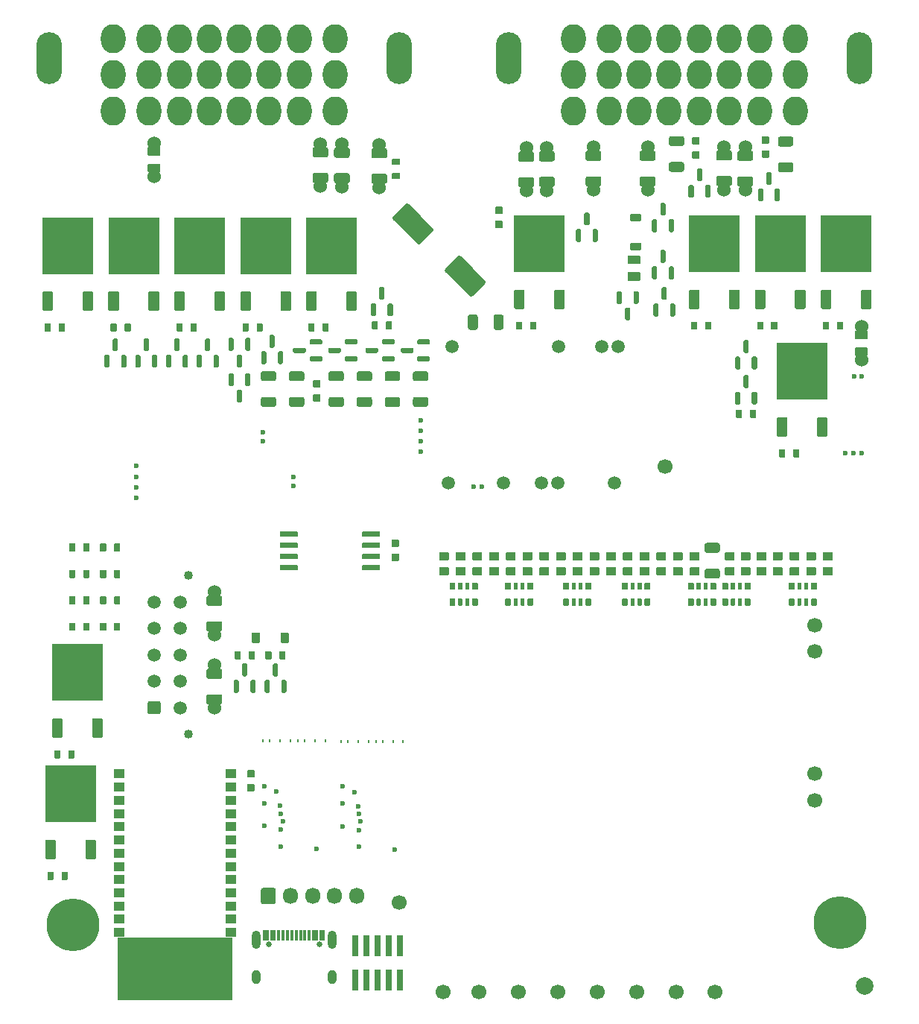
<source format=gts>
G04 #@! TF.GenerationSoftware,KiCad,Pcbnew,7.0.9-7.0.9~ubuntu22.04.1*
G04 #@! TF.CreationDate,2023-12-10T06:15:51+00:00*
G04 #@! TF.ProjectId,alphax_4ch,616c7068-6178-45f3-9463-682e6b696361,i*
G04 #@! TF.SameCoordinates,PX141f5e0PYa2cace0*
G04 #@! TF.FileFunction,Soldermask,Top*
G04 #@! TF.FilePolarity,Negative*
%FSLAX46Y46*%
G04 Gerber Fmt 4.6, Leading zero omitted, Abs format (unit mm)*
G04 Created by KiCad (PCBNEW 7.0.9-7.0.9~ubuntu22.04.1) date 2023-12-10 06:15:51*
%MOMM*%
%LPD*%
G01*
G04 APERTURE LIST*
%ADD10C,0.120000*%
%ADD11C,1.700000*%
%ADD12C,1.524000*%
%ADD13C,6.000000*%
%ADD14R,5.800000X6.400000*%
%ADD15O,1.700000X1.850000*%
%ADD16O,2.900000X5.900000*%
%ADD17O,2.800000X3.300000*%
%ADD18C,0.650000*%
%ADD19R,0.300000X1.150000*%
%ADD20O,1.000000X2.100000*%
%ADD21O,1.000000X1.600000*%
%ADD22C,1.020000*%
%ADD23C,1.500000*%
%ADD24C,0.600000*%
%ADD25R,1.300000X1.000000*%
%ADD26C,2.000000*%
%ADD27O,0.200000X0.399999*%
%ADD28C,0.599999*%
%ADD29R,0.740000X2.400000*%
G04 APERTURE END LIST*
G04 #@! TO.C,U4*
D10*
X22850000Y200000D02*
X9850000Y200000D01*
X9850000Y7200000D01*
X22850000Y7200000D01*
X22850000Y200000D01*
G36*
X22850000Y200000D02*
G01*
X9850000Y200000D01*
X9850000Y7200000D01*
X22850000Y7200000D01*
X22850000Y200000D01*
G37*
G04 #@! TD*
D11*
G04 #@! TO.C,P18*
X89100000Y39700000D03*
G04 #@! TD*
D12*
G04 #@! TO.C,F10*
X20840000Y33250000D03*
G36*
G01*
X21740000Y34594990D02*
X21740000Y33904990D01*
G75*
G02*
X21510000Y33674990I-230000J0D01*
G01*
X20170000Y33674990D01*
G75*
G02*
X19940000Y33904990I0J230000D01*
G01*
X19940000Y34594990D01*
G75*
G02*
X20170000Y34824990I230000J0D01*
G01*
X21510000Y34824990D01*
G75*
G02*
X21740000Y34594990I0J-230000D01*
G01*
G37*
G36*
G01*
X21740000Y37495010D02*
X21740000Y36805010D01*
G75*
G02*
X21510000Y36575010I-230000J0D01*
G01*
X20170000Y36575010D01*
G75*
G02*
X19940000Y36805010I0J230000D01*
G01*
X19940000Y37495010D01*
G75*
G02*
X20170000Y37725010I230000J0D01*
G01*
X21510000Y37725010D01*
G75*
G02*
X21740000Y37495010I0J-230000D01*
G01*
G37*
X20840000Y38150000D03*
G04 #@! TD*
G04 #@! TO.C,D4*
G36*
G01*
X79899998Y48300001D02*
X78999998Y48300001D01*
G75*
G02*
X78899998Y48400001I0J100000D01*
G01*
X78899998Y49200001D01*
G75*
G02*
X78999998Y49300001I100000J0D01*
G01*
X79899998Y49300001D01*
G75*
G02*
X79999998Y49200001I0J-100000D01*
G01*
X79999998Y48400001D01*
G75*
G02*
X79899998Y48300001I-100000J0D01*
G01*
G37*
G36*
G01*
X79899998Y50000001D02*
X78999998Y50000001D01*
G75*
G02*
X78899998Y50100001I0J100000D01*
G01*
X78899998Y50900001D01*
G75*
G02*
X78999998Y51000001I100000J0D01*
G01*
X79899998Y51000001D01*
G75*
G02*
X79999998Y50900001I0J-100000D01*
G01*
X79999998Y50100001D01*
G75*
G02*
X79899998Y50000001I-100000J0D01*
G01*
G37*
G04 #@! TD*
G04 #@! TO.C,R2*
G36*
G01*
X86149998Y44965001D02*
X86149998Y45635001D01*
G75*
G02*
X86214998Y45700001I65000J0D01*
G01*
X86734998Y45700001D01*
G75*
G02*
X86799998Y45635001I0J-65000D01*
G01*
X86799998Y44965001D01*
G75*
G02*
X86734998Y44900001I-65000J0D01*
G01*
X86214998Y44900001D01*
G75*
G02*
X86149998Y44965001I0J65000D01*
G01*
G37*
G36*
G01*
X87124998Y44945001D02*
X87124998Y45655001D01*
G75*
G02*
X87169998Y45700001I45000J0D01*
G01*
X87529998Y45700001D01*
G75*
G02*
X87574998Y45655001I0J-45000D01*
G01*
X87574998Y44945001D01*
G75*
G02*
X87529998Y44900001I-45000J0D01*
G01*
X87169998Y44900001D01*
G75*
G02*
X87124998Y44945001I0J45000D01*
G01*
G37*
G36*
G01*
X87924998Y44945001D02*
X87924998Y45655001D01*
G75*
G02*
X87969998Y45700001I45000J0D01*
G01*
X88329998Y45700001D01*
G75*
G02*
X88374998Y45655001I0J-45000D01*
G01*
X88374998Y44945001D01*
G75*
G02*
X88329998Y44900001I-45000J0D01*
G01*
X87969998Y44900001D01*
G75*
G02*
X87924998Y44945001I0J45000D01*
G01*
G37*
G36*
G01*
X88699998Y44965001D02*
X88699998Y45635001D01*
G75*
G02*
X88764998Y45700001I65000J0D01*
G01*
X89284998Y45700001D01*
G75*
G02*
X89349998Y45635001I0J-65000D01*
G01*
X89349998Y44965001D01*
G75*
G02*
X89284998Y44900001I-65000J0D01*
G01*
X88764998Y44900001D01*
G75*
G02*
X88699998Y44965001I0J65000D01*
G01*
G37*
G36*
G01*
X88699998Y46765001D02*
X88699998Y47435001D01*
G75*
G02*
X88764998Y47500001I65000J0D01*
G01*
X89284998Y47500001D01*
G75*
G02*
X89349998Y47435001I0J-65000D01*
G01*
X89349998Y46765001D01*
G75*
G02*
X89284998Y46700001I-65000J0D01*
G01*
X88764998Y46700001D01*
G75*
G02*
X88699998Y46765001I0J65000D01*
G01*
G37*
G36*
G01*
X87924998Y46745001D02*
X87924998Y47455001D01*
G75*
G02*
X87969998Y47500001I45000J0D01*
G01*
X88329998Y47500001D01*
G75*
G02*
X88374998Y47455001I0J-45000D01*
G01*
X88374998Y46745001D01*
G75*
G02*
X88329998Y46700001I-45000J0D01*
G01*
X87969998Y46700001D01*
G75*
G02*
X87924998Y46745001I0J45000D01*
G01*
G37*
G36*
G01*
X87124998Y46745001D02*
X87124998Y47455001D01*
G75*
G02*
X87169998Y47500001I45000J0D01*
G01*
X87529998Y47500001D01*
G75*
G02*
X87574998Y47455001I0J-45000D01*
G01*
X87574998Y46745001D01*
G75*
G02*
X87529998Y46700001I-45000J0D01*
G01*
X87169998Y46700001D01*
G75*
G02*
X87124998Y46745001I0J45000D01*
G01*
G37*
G36*
G01*
X86149998Y46765001D02*
X86149998Y47435001D01*
G75*
G02*
X86214998Y47500001I65000J0D01*
G01*
X86734998Y47500001D01*
G75*
G02*
X86799998Y47435001I0J-65000D01*
G01*
X86799998Y46765001D01*
G75*
G02*
X86734998Y46700001I-65000J0D01*
G01*
X86214998Y46700001D01*
G75*
G02*
X86149998Y46765001I0J65000D01*
G01*
G37*
G04 #@! TD*
G04 #@! TO.C,D36*
G36*
G01*
X51199998Y48300001D02*
X50299998Y48300001D01*
G75*
G02*
X50199998Y48400001I0J100000D01*
G01*
X50199998Y49200001D01*
G75*
G02*
X50299998Y49300001I100000J0D01*
G01*
X51199998Y49300001D01*
G75*
G02*
X51299998Y49200001I0J-100000D01*
G01*
X51299998Y48400001D01*
G75*
G02*
X51199998Y48300001I-100000J0D01*
G01*
G37*
G36*
G01*
X51199998Y50000001D02*
X50299998Y50000001D01*
G75*
G02*
X50199998Y50100001I0J100000D01*
G01*
X50199998Y50900001D01*
G75*
G02*
X50299998Y51000001I100000J0D01*
G01*
X51199998Y51000001D01*
G75*
G02*
X51299998Y50900001I0J-100000D01*
G01*
X51299998Y50100001D01*
G75*
G02*
X51199998Y50000001I-100000J0D01*
G01*
G37*
G04 #@! TD*
D11*
G04 #@! TO.C,P23*
X59900000Y1000000D03*
G04 #@! TD*
G04 #@! TO.C,C22*
G36*
G01*
X51632590Y81481624D02*
X50218376Y80067410D01*
G75*
G02*
X49864822Y80067410I-176777J176777D01*
G01*
X47107106Y82825126D01*
G75*
G02*
X47107106Y83178680I176777J176777D01*
G01*
X48521320Y84592894D01*
G75*
G02*
X48874874Y84592894I176777J-176777D01*
G01*
X51632590Y81835178D01*
G75*
G02*
X51632590Y81481624I-176777J-176777D01*
G01*
G37*
G36*
G01*
X45692894Y87421320D02*
X44278680Y86007106D01*
G75*
G02*
X43925126Y86007106I-176777J176777D01*
G01*
X41167410Y88764822D01*
G75*
G02*
X41167410Y89118376I176777J176777D01*
G01*
X42581624Y90532590D01*
G75*
G02*
X42935178Y90532590I176777J-176777D01*
G01*
X45692894Y87774874D01*
G75*
G02*
X45692894Y87421320I-176777J-176777D01*
G01*
G37*
G04 #@! TD*
G04 #@! TO.C,R1136*
G36*
G01*
X43675000Y71525000D02*
X44925000Y71525000D01*
G75*
G02*
X45175000Y71275000I0J-250000D01*
G01*
X45175000Y70650000D01*
G75*
G02*
X44925000Y70400000I-250000J0D01*
G01*
X43675000Y70400000D01*
G75*
G02*
X43425000Y70650000I0J250000D01*
G01*
X43425000Y71275000D01*
G75*
G02*
X43675000Y71525000I250000J0D01*
G01*
G37*
G36*
G01*
X43675000Y68600000D02*
X44925000Y68600000D01*
G75*
G02*
X45175000Y68350000I0J-250000D01*
G01*
X45175000Y67725000D01*
G75*
G02*
X44925000Y67475000I-250000J0D01*
G01*
X43675000Y67475000D01*
G75*
G02*
X43425000Y67725000I0J250000D01*
G01*
X43425000Y68350000D01*
G75*
G02*
X43675000Y68600000I250000J0D01*
G01*
G37*
G04 #@! TD*
G04 #@! TO.C,R1105*
G36*
G01*
X31550000Y76110000D02*
X31550000Y76890000D01*
G75*
G02*
X31620000Y76960000I70000J0D01*
G01*
X32180000Y76960000D01*
G75*
G02*
X32250000Y76890000I0J-70000D01*
G01*
X32250000Y76110000D01*
G75*
G02*
X32180000Y76040000I-70000J0D01*
G01*
X31620000Y76040000D01*
G75*
G02*
X31550000Y76110000I0J70000D01*
G01*
G37*
G36*
G01*
X33150000Y76110000D02*
X33150000Y76890000D01*
G75*
G02*
X33220000Y76960000I70000J0D01*
G01*
X33780000Y76960000D01*
G75*
G02*
X33850000Y76890000I0J-70000D01*
G01*
X33850000Y76110000D01*
G75*
G02*
X33780000Y76040000I-70000J0D01*
G01*
X33220000Y76040000D01*
G75*
G02*
X33150000Y76110000I0J70000D01*
G01*
G37*
G04 #@! TD*
G04 #@! TO.C,R18*
G36*
G01*
X74025000Y94175000D02*
X72775000Y94175000D01*
G75*
G02*
X72525000Y94425000I0J250000D01*
G01*
X72525000Y95050000D01*
G75*
G02*
X72775000Y95300000I250000J0D01*
G01*
X74025000Y95300000D01*
G75*
G02*
X74275000Y95050000I0J-250000D01*
G01*
X74275000Y94425000D01*
G75*
G02*
X74025000Y94175000I-250000J0D01*
G01*
G37*
G36*
G01*
X74025000Y97100000D02*
X72775000Y97100000D01*
G75*
G02*
X72525000Y97350000I0J250000D01*
G01*
X72525000Y97975000D01*
G75*
G02*
X72775000Y98225000I250000J0D01*
G01*
X74025000Y98225000D01*
G75*
G02*
X74275000Y97975000I0J-250000D01*
G01*
X74275000Y97350000D01*
G75*
G02*
X74025000Y97100000I-250000J0D01*
G01*
G37*
G04 #@! TD*
G04 #@! TO.C,R93*
G36*
G01*
X4350000Y42110000D02*
X4350000Y42890000D01*
G75*
G02*
X4420000Y42960000I70000J0D01*
G01*
X4980000Y42960000D01*
G75*
G02*
X5050000Y42890000I0J-70000D01*
G01*
X5050000Y42110000D01*
G75*
G02*
X4980000Y42040000I-70000J0D01*
G01*
X4420000Y42040000D01*
G75*
G02*
X4350000Y42110000I0J70000D01*
G01*
G37*
G36*
G01*
X5950000Y42110000D02*
X5950000Y42890000D01*
G75*
G02*
X6020000Y42960000I70000J0D01*
G01*
X6580000Y42960000D01*
G75*
G02*
X6650000Y42890000I0J-70000D01*
G01*
X6650000Y42110000D01*
G75*
G02*
X6580000Y42040000I-70000J0D01*
G01*
X6020000Y42040000D01*
G75*
G02*
X5950000Y42110000I0J70000D01*
G01*
G37*
G04 #@! TD*
D13*
G04 #@! TO.C,J8*
X4803000Y8619000D03*
G04 #@! TD*
G04 #@! TO.C,D34*
G36*
G01*
X47399998Y48300001D02*
X46499998Y48300001D01*
G75*
G02*
X46399998Y48400001I0J100000D01*
G01*
X46399998Y49200001D01*
G75*
G02*
X46499998Y49300001I100000J0D01*
G01*
X47399998Y49300001D01*
G75*
G02*
X47499998Y49200001I0J-100000D01*
G01*
X47499998Y48400001D01*
G75*
G02*
X47399998Y48300001I-100000J0D01*
G01*
G37*
G36*
G01*
X47399998Y50000001D02*
X46499998Y50000001D01*
G75*
G02*
X46399998Y50100001I0J100000D01*
G01*
X46399998Y50900001D01*
G75*
G02*
X46499998Y51000001I100000J0D01*
G01*
X47399998Y51000001D01*
G75*
G02*
X47499998Y50900001I0J-100000D01*
G01*
X47499998Y50100001D01*
G75*
G02*
X47399998Y50000001I-100000J0D01*
G01*
G37*
G04 #@! TD*
G04 #@! TO.C,Q47*
G36*
G01*
X24880000Y78400000D02*
X23920000Y78400000D01*
G75*
G02*
X23800000Y78520000I0J120000D01*
G01*
X23800000Y80480000D01*
G75*
G02*
X23920000Y80600000I120000J0D01*
G01*
X24880000Y80600000D01*
G75*
G02*
X25000000Y80480000I0J-120000D01*
G01*
X25000000Y78520000D01*
G75*
G02*
X24880000Y78400000I-120000J0D01*
G01*
G37*
D14*
X26680000Y85800000D03*
G36*
G01*
X29440000Y78400000D02*
X28480000Y78400000D01*
G75*
G02*
X28360000Y78520000I0J120000D01*
G01*
X28360000Y80480000D01*
G75*
G02*
X28480000Y80600000I120000J0D01*
G01*
X29440000Y80600000D01*
G75*
G02*
X29560000Y80480000I0J-120000D01*
G01*
X29560000Y78520000D01*
G75*
G02*
X29440000Y78400000I-120000J0D01*
G01*
G37*
G04 #@! TD*
G04 #@! TO.C,J5*
G36*
G01*
X26150000Y11225000D02*
X26150000Y12575000D01*
G75*
G02*
X26400000Y12825000I250000J0D01*
G01*
X27600000Y12825000D01*
G75*
G02*
X27850000Y12575000I0J-250000D01*
G01*
X27850000Y11225000D01*
G75*
G02*
X27600000Y10975000I-250000J0D01*
G01*
X26400000Y10975000D01*
G75*
G02*
X26150000Y11225000I0J250000D01*
G01*
G37*
D15*
X29500000Y11900000D03*
X32000000Y11900000D03*
X34500000Y11900000D03*
X37000000Y11900000D03*
G04 #@! TD*
D12*
G04 #@! TO.C,F4*
X63950000Y97000000D03*
G36*
G01*
X63050000Y95655010D02*
X63050000Y96345010D01*
G75*
G02*
X63280000Y96575010I230000J0D01*
G01*
X64620000Y96575010D01*
G75*
G02*
X64850000Y96345010I0J-230000D01*
G01*
X64850000Y95655010D01*
G75*
G02*
X64620000Y95425010I-230000J0D01*
G01*
X63280000Y95425010D01*
G75*
G02*
X63050000Y95655010I0J230000D01*
G01*
G37*
G36*
G01*
X63050000Y92754990D02*
X63050000Y93444990D01*
G75*
G02*
X63280000Y93674990I230000J0D01*
G01*
X64620000Y93674990D01*
G75*
G02*
X64850000Y93444990I0J-230000D01*
G01*
X64850000Y92754990D01*
G75*
G02*
X64620000Y92524990I-230000J0D01*
G01*
X63280000Y92524990D01*
G75*
G02*
X63050000Y92754990I0J230000D01*
G01*
G37*
X63950000Y92100000D03*
G04 #@! TD*
G04 #@! TO.C,Q13*
G36*
G01*
X80500000Y67725000D02*
X80200000Y67725000D01*
G75*
G02*
X80050000Y67875000I0J150000D01*
G01*
X80050000Y69050000D01*
G75*
G02*
X80200000Y69200000I150000J0D01*
G01*
X80500000Y69200000D01*
G75*
G02*
X80650000Y69050000I0J-150000D01*
G01*
X80650000Y67875000D01*
G75*
G02*
X80500000Y67725000I-150000J0D01*
G01*
G37*
G36*
G01*
X81450000Y69600000D02*
X81150000Y69600000D01*
G75*
G02*
X81000000Y69750000I0J150000D01*
G01*
X81000000Y70925000D01*
G75*
G02*
X81150000Y71075000I150000J0D01*
G01*
X81450000Y71075000D01*
G75*
G02*
X81600000Y70925000I0J-150000D01*
G01*
X81600000Y69750000D01*
G75*
G02*
X81450000Y69600000I-150000J0D01*
G01*
G37*
G36*
G01*
X82400000Y67725000D02*
X82100000Y67725000D01*
G75*
G02*
X81950000Y67875000I0J150000D01*
G01*
X81950000Y69050000D01*
G75*
G02*
X82100000Y69200000I150000J0D01*
G01*
X82400000Y69200000D01*
G75*
G02*
X82550000Y69050000I0J-150000D01*
G01*
X82550000Y67875000D01*
G75*
G02*
X82400000Y67725000I-150000J0D01*
G01*
G37*
G04 #@! TD*
G04 #@! TO.C,R91*
X94400000Y72795000D03*
G36*
G01*
X95025000Y73249999D02*
X93775000Y73249999D01*
G75*
G02*
X93675000Y73349999I0J100000D01*
G01*
X93675000Y74149999D01*
G75*
G02*
X93775000Y74249999I100000J0D01*
G01*
X95025000Y74249999D01*
G75*
G02*
X95125000Y74149999I0J-100000D01*
G01*
X95125000Y73349999D01*
G75*
G02*
X95025000Y73249999I-100000J0D01*
G01*
G37*
G36*
G01*
X95025000Y75150021D02*
X93775000Y75150021D01*
G75*
G02*
X93675000Y75250021I0J100000D01*
G01*
X93675000Y76050021D01*
G75*
G02*
X93775000Y76150021I100000J0D01*
G01*
X95025000Y76150021D01*
G75*
G02*
X95125000Y76050021I0J-100000D01*
G01*
X95125000Y75250021D01*
G75*
G02*
X95025000Y75150021I-100000J0D01*
G01*
G37*
X94400000Y76605000D03*
G04 #@! TD*
G04 #@! TO.C,R98*
G36*
G01*
X75050000Y76310000D02*
X75050000Y77090000D01*
G75*
G02*
X75120000Y77160000I70000J0D01*
G01*
X75680000Y77160000D01*
G75*
G02*
X75750000Y77090000I0J-70000D01*
G01*
X75750000Y76310000D01*
G75*
G02*
X75680000Y76240000I-70000J0D01*
G01*
X75120000Y76240000D01*
G75*
G02*
X75050000Y76310000I0J70000D01*
G01*
G37*
G36*
G01*
X76650000Y76310000D02*
X76650000Y77090000D01*
G75*
G02*
X76720000Y77160000I70000J0D01*
G01*
X77280000Y77160000D01*
G75*
G02*
X77350000Y77090000I0J-70000D01*
G01*
X77350000Y76310000D01*
G75*
G02*
X77280000Y76240000I-70000J0D01*
G01*
X76720000Y76240000D01*
G75*
G02*
X76650000Y76310000I0J70000D01*
G01*
G37*
G04 #@! TD*
G04 #@! TO.C,Q49*
G36*
G01*
X45375000Y73100000D02*
X45375000Y72800000D01*
G75*
G02*
X45225000Y72650000I-150000J0D01*
G01*
X44050000Y72650000D01*
G75*
G02*
X43900000Y72800000I0J150000D01*
G01*
X43900000Y73100000D01*
G75*
G02*
X44050000Y73250000I150000J0D01*
G01*
X45225000Y73250000D01*
G75*
G02*
X45375000Y73100000I0J-150000D01*
G01*
G37*
G36*
G01*
X43500000Y74050000D02*
X43500000Y73750000D01*
G75*
G02*
X43350000Y73600000I-150000J0D01*
G01*
X42175000Y73600000D01*
G75*
G02*
X42025000Y73750000I0J150000D01*
G01*
X42025000Y74050000D01*
G75*
G02*
X42175000Y74200000I150000J0D01*
G01*
X43350000Y74200000D01*
G75*
G02*
X43500000Y74050000I0J-150000D01*
G01*
G37*
G36*
G01*
X45375000Y75000000D02*
X45375000Y74700000D01*
G75*
G02*
X45225000Y74550000I-150000J0D01*
G01*
X44050000Y74550000D01*
G75*
G02*
X43900000Y74700000I0J150000D01*
G01*
X43900000Y75000000D01*
G75*
G02*
X44050000Y75150000I150000J0D01*
G01*
X45225000Y75150000D01*
G75*
G02*
X45375000Y75000000I0J-150000D01*
G01*
G37*
G04 #@! TD*
G04 #@! TO.C,D15*
G36*
G01*
X66399998Y48300001D02*
X65499998Y48300001D01*
G75*
G02*
X65399998Y48400001I0J100000D01*
G01*
X65399998Y49200001D01*
G75*
G02*
X65499998Y49300001I100000J0D01*
G01*
X66399998Y49300001D01*
G75*
G02*
X66499998Y49200001I0J-100000D01*
G01*
X66499998Y48400001D01*
G75*
G02*
X66399998Y48300001I-100000J0D01*
G01*
G37*
G36*
G01*
X66399998Y50000001D02*
X65499998Y50000001D01*
G75*
G02*
X65399998Y50100001I0J100000D01*
G01*
X65399998Y50900001D01*
G75*
G02*
X65499998Y51000001I100000J0D01*
G01*
X66399998Y51000001D01*
G75*
G02*
X66499998Y50900001I0J-100000D01*
G01*
X66499998Y50100001D01*
G75*
G02*
X66399998Y50000001I-100000J0D01*
G01*
G37*
G04 #@! TD*
G04 #@! TO.C,D55*
G36*
G01*
X83100000Y90825000D02*
X82800000Y90825000D01*
G75*
G02*
X82650000Y90975000I0J150000D01*
G01*
X82650000Y92150000D01*
G75*
G02*
X82800000Y92300000I150000J0D01*
G01*
X83100000Y92300000D01*
G75*
G02*
X83250000Y92150000I0J-150000D01*
G01*
X83250000Y90975000D01*
G75*
G02*
X83100000Y90825000I-150000J0D01*
G01*
G37*
G36*
G01*
X85000000Y90825000D02*
X84700000Y90825000D01*
G75*
G02*
X84550000Y90975000I0J150000D01*
G01*
X84550000Y92150000D01*
G75*
G02*
X84700000Y92300000I150000J0D01*
G01*
X85000000Y92300000D01*
G75*
G02*
X85150000Y92150000I0J-150000D01*
G01*
X85150000Y90975000D01*
G75*
G02*
X85000000Y90825000I-150000J0D01*
G01*
G37*
G36*
G01*
X84050000Y92700000D02*
X83750000Y92700000D01*
G75*
G02*
X83600000Y92850000I0J150000D01*
G01*
X83600000Y94025000D01*
G75*
G02*
X83750000Y94175000I150000J0D01*
G01*
X84050000Y94175000D01*
G75*
G02*
X84200000Y94025000I0J-150000D01*
G01*
X84200000Y92850000D01*
G75*
G02*
X84050000Y92700000I-150000J0D01*
G01*
G37*
G04 #@! TD*
G04 #@! TO.C,R1102*
G36*
G01*
X90050000Y76310000D02*
X90050000Y77090000D01*
G75*
G02*
X90120000Y77160000I70000J0D01*
G01*
X90680000Y77160000D01*
G75*
G02*
X90750000Y77090000I0J-70000D01*
G01*
X90750000Y76310000D01*
G75*
G02*
X90680000Y76240000I-70000J0D01*
G01*
X90120000Y76240000D01*
G75*
G02*
X90050000Y76310000I0J70000D01*
G01*
G37*
G36*
G01*
X91650000Y76310000D02*
X91650000Y77090000D01*
G75*
G02*
X91720000Y77160000I70000J0D01*
G01*
X92280000Y77160000D01*
G75*
G02*
X92350000Y77090000I0J-70000D01*
G01*
X92350000Y76310000D01*
G75*
G02*
X92280000Y76240000I-70000J0D01*
G01*
X91720000Y76240000D01*
G75*
G02*
X91650000Y76310000I0J70000D01*
G01*
G37*
G04 #@! TD*
G04 #@! TO.C,Q48*
G36*
G01*
X56000000Y78600000D02*
X55040000Y78600000D01*
G75*
G02*
X54920000Y78720000I0J120000D01*
G01*
X54920000Y80680000D01*
G75*
G02*
X55040000Y80800000I120000J0D01*
G01*
X56000000Y80800000D01*
G75*
G02*
X56120000Y80680000I0J-120000D01*
G01*
X56120000Y78720000D01*
G75*
G02*
X56000000Y78600000I-120000J0D01*
G01*
G37*
D14*
X57800000Y86000000D03*
G36*
G01*
X60560000Y78600000D02*
X59600000Y78600000D01*
G75*
G02*
X59480000Y78720000I0J120000D01*
G01*
X59480000Y80680000D01*
G75*
G02*
X59600000Y80800000I120000J0D01*
G01*
X60560000Y80800000D01*
G75*
G02*
X60680000Y80680000I0J-120000D01*
G01*
X60680000Y78720000D01*
G75*
G02*
X60560000Y78600000I-120000J0D01*
G01*
G37*
G04 #@! TD*
G04 #@! TO.C,R50*
G36*
G01*
X60500000Y44965000D02*
X60500000Y45635000D01*
G75*
G02*
X60565000Y45700000I65000J0D01*
G01*
X61085000Y45700000D01*
G75*
G02*
X61150000Y45635000I0J-65000D01*
G01*
X61150000Y44965000D01*
G75*
G02*
X61085000Y44900000I-65000J0D01*
G01*
X60565000Y44900000D01*
G75*
G02*
X60500000Y44965000I0J65000D01*
G01*
G37*
G36*
G01*
X61475000Y44945000D02*
X61475000Y45655000D01*
G75*
G02*
X61520000Y45700000I45000J0D01*
G01*
X61880000Y45700000D01*
G75*
G02*
X61925000Y45655000I0J-45000D01*
G01*
X61925000Y44945000D01*
G75*
G02*
X61880000Y44900000I-45000J0D01*
G01*
X61520000Y44900000D01*
G75*
G02*
X61475000Y44945000I0J45000D01*
G01*
G37*
G36*
G01*
X62275000Y44945000D02*
X62275000Y45655000D01*
G75*
G02*
X62320000Y45700000I45000J0D01*
G01*
X62680000Y45700000D01*
G75*
G02*
X62725000Y45655000I0J-45000D01*
G01*
X62725000Y44945000D01*
G75*
G02*
X62680000Y44900000I-45000J0D01*
G01*
X62320000Y44900000D01*
G75*
G02*
X62275000Y44945000I0J45000D01*
G01*
G37*
G36*
G01*
X63050000Y44965000D02*
X63050000Y45635000D01*
G75*
G02*
X63115000Y45700000I65000J0D01*
G01*
X63635000Y45700000D01*
G75*
G02*
X63700000Y45635000I0J-65000D01*
G01*
X63700000Y44965000D01*
G75*
G02*
X63635000Y44900000I-65000J0D01*
G01*
X63115000Y44900000D01*
G75*
G02*
X63050000Y44965000I0J65000D01*
G01*
G37*
G36*
G01*
X63050000Y46765000D02*
X63050000Y47435000D01*
G75*
G02*
X63115000Y47500000I65000J0D01*
G01*
X63635000Y47500000D01*
G75*
G02*
X63700000Y47435000I0J-65000D01*
G01*
X63700000Y46765000D01*
G75*
G02*
X63635000Y46700000I-65000J0D01*
G01*
X63115000Y46700000D01*
G75*
G02*
X63050000Y46765000I0J65000D01*
G01*
G37*
G36*
G01*
X62275000Y46745000D02*
X62275000Y47455000D01*
G75*
G02*
X62320000Y47500000I45000J0D01*
G01*
X62680000Y47500000D01*
G75*
G02*
X62725000Y47455000I0J-45000D01*
G01*
X62725000Y46745000D01*
G75*
G02*
X62680000Y46700000I-45000J0D01*
G01*
X62320000Y46700000D01*
G75*
G02*
X62275000Y46745000I0J45000D01*
G01*
G37*
G36*
G01*
X61475000Y46745000D02*
X61475000Y47455000D01*
G75*
G02*
X61520000Y47500000I45000J0D01*
G01*
X61880000Y47500000D01*
G75*
G02*
X61925000Y47455000I0J-45000D01*
G01*
X61925000Y46745000D01*
G75*
G02*
X61880000Y46700000I-45000J0D01*
G01*
X61520000Y46700000D01*
G75*
G02*
X61475000Y46745000I0J45000D01*
G01*
G37*
G36*
G01*
X60500000Y46765000D02*
X60500000Y47435000D01*
G75*
G02*
X60565000Y47500000I65000J0D01*
G01*
X61085000Y47500000D01*
G75*
G02*
X61150000Y47435000I0J-65000D01*
G01*
X61150000Y46765000D01*
G75*
G02*
X61085000Y46700000I-65000J0D01*
G01*
X60565000Y46700000D01*
G75*
G02*
X60500000Y46765000I0J65000D01*
G01*
G37*
G04 #@! TD*
G04 #@! TO.C,D28*
G36*
G01*
X26609999Y72325000D02*
X26309999Y72325000D01*
G75*
G02*
X26159999Y72475000I0J150000D01*
G01*
X26159999Y73650000D01*
G75*
G02*
X26309999Y73800000I150000J0D01*
G01*
X26609999Y73800000D01*
G75*
G02*
X26759999Y73650000I0J-150000D01*
G01*
X26759999Y72475000D01*
G75*
G02*
X26609999Y72325000I-150000J0D01*
G01*
G37*
G36*
G01*
X27559999Y74200000D02*
X27259999Y74200000D01*
G75*
G02*
X27109999Y74350000I0J150000D01*
G01*
X27109999Y75525000D01*
G75*
G02*
X27259999Y75675000I150000J0D01*
G01*
X27559999Y75675000D01*
G75*
G02*
X27709999Y75525000I0J-150000D01*
G01*
X27709999Y74350000D01*
G75*
G02*
X27559999Y74200000I-150000J0D01*
G01*
G37*
G36*
G01*
X28509999Y72325000D02*
X28209999Y72325000D01*
G75*
G02*
X28059999Y72475000I0J150000D01*
G01*
X28059999Y73650000D01*
G75*
G02*
X28209999Y73800000I150000J0D01*
G01*
X28509999Y73800000D01*
G75*
G02*
X28659999Y73650000I0J-150000D01*
G01*
X28659999Y72475000D01*
G75*
G02*
X28509999Y72325000I-150000J0D01*
G01*
G37*
G04 #@! TD*
D16*
G04 #@! TO.C,P2*
X2050000Y107100000D03*
X41850000Y107100000D03*
D17*
X9350000Y101100000D03*
X13450000Y101100000D03*
X16850000Y101100000D03*
X20250000Y101100000D03*
X23650000Y101100000D03*
X27050000Y101100000D03*
X30500000Y101100000D03*
X34600000Y101100000D03*
X9350000Y105250000D03*
X13450000Y105250000D03*
X16850000Y105250000D03*
X20250000Y105250000D03*
X23650000Y105250000D03*
X27050000Y105250000D03*
X30500000Y105250000D03*
X34600000Y105250000D03*
X9350000Y109300000D03*
X13450000Y109300000D03*
X16850000Y109300000D03*
X20250000Y109300000D03*
X23650000Y109300000D03*
X27050000Y109300000D03*
X30500000Y109300000D03*
X34600000Y109300000D03*
G04 #@! TD*
D11*
G04 #@! TO.C,P19*
X41900000Y11200000D03*
G04 #@! TD*
G04 #@! TO.C,R1108*
G36*
G01*
X24050000Y76110000D02*
X24050000Y76890000D01*
G75*
G02*
X24120000Y76960000I70000J0D01*
G01*
X24680000Y76960000D01*
G75*
G02*
X24750000Y76890000I0J-70000D01*
G01*
X24750000Y76110000D01*
G75*
G02*
X24680000Y76040000I-70000J0D01*
G01*
X24120000Y76040000D01*
G75*
G02*
X24050000Y76110000I0J70000D01*
G01*
G37*
G36*
G01*
X25650000Y76110000D02*
X25650000Y76890000D01*
G75*
G02*
X25720000Y76960000I70000J0D01*
G01*
X26280000Y76960000D01*
G75*
G02*
X26350000Y76890000I0J-70000D01*
G01*
X26350000Y76110000D01*
G75*
G02*
X26280000Y76040000I-70000J0D01*
G01*
X25720000Y76040000D01*
G75*
G02*
X25650000Y76110000I0J70000D01*
G01*
G37*
G04 #@! TD*
G04 #@! TO.C,Q35*
G36*
G01*
X37137500Y73100000D02*
X37137500Y72800000D01*
G75*
G02*
X36987500Y72650000I-150000J0D01*
G01*
X35812500Y72650000D01*
G75*
G02*
X35662500Y72800000I0J150000D01*
G01*
X35662500Y73100000D01*
G75*
G02*
X35812500Y73250000I150000J0D01*
G01*
X36987500Y73250000D01*
G75*
G02*
X37137500Y73100000I0J-150000D01*
G01*
G37*
G36*
G01*
X35262500Y74050000D02*
X35262500Y73750000D01*
G75*
G02*
X35112500Y73600000I-150000J0D01*
G01*
X33937500Y73600000D01*
G75*
G02*
X33787500Y73750000I0J150000D01*
G01*
X33787500Y74050000D01*
G75*
G02*
X33937500Y74200000I150000J0D01*
G01*
X35112500Y74200000D01*
G75*
G02*
X35262500Y74050000I0J-150000D01*
G01*
G37*
G36*
G01*
X37137500Y75000000D02*
X37137500Y74700000D01*
G75*
G02*
X36987500Y74550000I-150000J0D01*
G01*
X35812500Y74550000D01*
G75*
G02*
X35662500Y74700000I0J150000D01*
G01*
X35662500Y75000000D01*
G75*
G02*
X35812500Y75150000I150000J0D01*
G01*
X36987500Y75150000D01*
G75*
G02*
X37137500Y75000000I0J-150000D01*
G01*
G37*
G04 #@! TD*
G04 #@! TO.C,P26*
X64400000Y1000000D03*
G04 #@! TD*
D18*
G04 #@! TO.C,J1*
X27010000Y6420000D03*
X32790000Y6420000D03*
D19*
X26550000Y7485000D03*
X27350000Y7485000D03*
X28650000Y7485000D03*
X29650000Y7485000D03*
X30150000Y7485000D03*
X31150000Y7485000D03*
X32450000Y7485000D03*
X33250000Y7485000D03*
X32950000Y7485000D03*
X32150000Y7485000D03*
X31650000Y7485000D03*
X30650000Y7485000D03*
X29150000Y7485000D03*
X28150000Y7485000D03*
X27650000Y7485000D03*
X26850000Y7485000D03*
D20*
X25580000Y6920000D03*
D21*
X25580000Y2740000D03*
D20*
X34220000Y6920000D03*
D21*
X34220000Y2740000D03*
G04 #@! TD*
G04 #@! TO.C,R1113*
G36*
G01*
X38750000Y76347500D02*
X38750000Y77127500D01*
G75*
G02*
X38820000Y77197500I70000J0D01*
G01*
X39380000Y77197500D01*
G75*
G02*
X39450000Y77127500I0J-70000D01*
G01*
X39450000Y76347500D01*
G75*
G02*
X39380000Y76277500I-70000J0D01*
G01*
X38820000Y76277500D01*
G75*
G02*
X38750000Y76347500I0J70000D01*
G01*
G37*
G36*
G01*
X40350000Y76347500D02*
X40350000Y77127500D01*
G75*
G02*
X40420000Y77197500I70000J0D01*
G01*
X40980000Y77197500D01*
G75*
G02*
X41050000Y77127500I0J-70000D01*
G01*
X41050000Y76347500D01*
G75*
G02*
X40980000Y76277500I-70000J0D01*
G01*
X40420000Y76277500D01*
G75*
G02*
X40350000Y76347500I0J70000D01*
G01*
G37*
G04 #@! TD*
D11*
G04 #@! TO.C,P16*
X89100000Y22800000D03*
G04 #@! TD*
G04 #@! TO.C,D58*
G36*
G01*
X75200000Y91225000D02*
X74900000Y91225000D01*
G75*
G02*
X74750000Y91375000I0J150000D01*
G01*
X74750000Y92550000D01*
G75*
G02*
X74900000Y92700000I150000J0D01*
G01*
X75200000Y92700000D01*
G75*
G02*
X75350000Y92550000I0J-150000D01*
G01*
X75350000Y91375000D01*
G75*
G02*
X75200000Y91225000I-150000J0D01*
G01*
G37*
G36*
G01*
X77100000Y91225000D02*
X76800000Y91225000D01*
G75*
G02*
X76650000Y91375000I0J150000D01*
G01*
X76650000Y92550000D01*
G75*
G02*
X76800000Y92700000I150000J0D01*
G01*
X77100000Y92700000D01*
G75*
G02*
X77250000Y92550000I0J-150000D01*
G01*
X77250000Y91375000D01*
G75*
G02*
X77100000Y91225000I-150000J0D01*
G01*
G37*
G36*
G01*
X76150000Y93100000D02*
X75850000Y93100000D01*
G75*
G02*
X75700000Y93250000I0J150000D01*
G01*
X75700000Y94425000D01*
G75*
G02*
X75850000Y94575000I150000J0D01*
G01*
X76150000Y94575000D01*
G75*
G02*
X76300000Y94425000I0J-150000D01*
G01*
X76300000Y93250000D01*
G75*
G02*
X76150000Y93100000I-150000J0D01*
G01*
G37*
G04 #@! TD*
G04 #@! TO.C,Q45*
G36*
G01*
X2700000Y16100000D02*
X1740000Y16100000D01*
G75*
G02*
X1620000Y16220000I0J120000D01*
G01*
X1620000Y18180000D01*
G75*
G02*
X1740000Y18300000I120000J0D01*
G01*
X2700000Y18300000D01*
G75*
G02*
X2820000Y18180000I0J-120000D01*
G01*
X2820000Y16220000D01*
G75*
G02*
X2700000Y16100000I-120000J0D01*
G01*
G37*
D14*
X4500000Y23500000D03*
G36*
G01*
X7260000Y16100000D02*
X6300000Y16100000D01*
G75*
G02*
X6180000Y16220000I0J120000D01*
G01*
X6180000Y18180000D01*
G75*
G02*
X6300000Y18300000I120000J0D01*
G01*
X7260000Y18300000D01*
G75*
G02*
X7380000Y18180000I0J-120000D01*
G01*
X7380000Y16220000D01*
G75*
G02*
X7260000Y16100000I-120000J0D01*
G01*
G37*
G04 #@! TD*
D11*
G04 #@! TO.C,P21*
X50900000Y1000000D03*
G04 #@! TD*
G04 #@! TO.C,Q8*
G36*
G01*
X15800000Y71925000D02*
X15500000Y71925000D01*
G75*
G02*
X15350000Y72075000I0J150000D01*
G01*
X15350000Y73250000D01*
G75*
G02*
X15500000Y73400000I150000J0D01*
G01*
X15800000Y73400000D01*
G75*
G02*
X15950000Y73250000I0J-150000D01*
G01*
X15950000Y72075000D01*
G75*
G02*
X15800000Y71925000I-150000J0D01*
G01*
G37*
G36*
G01*
X16750000Y73800000D02*
X16450000Y73800000D01*
G75*
G02*
X16300000Y73950000I0J150000D01*
G01*
X16300000Y75125000D01*
G75*
G02*
X16450000Y75275000I150000J0D01*
G01*
X16750000Y75275000D01*
G75*
G02*
X16900000Y75125000I0J-150000D01*
G01*
X16900000Y73950000D01*
G75*
G02*
X16750000Y73800000I-150000J0D01*
G01*
G37*
G36*
G01*
X17700000Y71925000D02*
X17400000Y71925000D01*
G75*
G02*
X17250000Y72075000I0J150000D01*
G01*
X17250000Y73250000D01*
G75*
G02*
X17400000Y73400000I150000J0D01*
G01*
X17700000Y73400000D01*
G75*
G02*
X17850000Y73250000I0J-150000D01*
G01*
X17850000Y72075000D01*
G75*
G02*
X17700000Y71925000I-150000J0D01*
G01*
G37*
G04 #@! TD*
G04 #@! TO.C,Q4*
G36*
G01*
X27000000Y34982581D02*
X26700000Y34982581D01*
G75*
G02*
X26550000Y35132581I0J150000D01*
G01*
X26550000Y36307581D01*
G75*
G02*
X26700000Y36457581I150000J0D01*
G01*
X27000000Y36457581D01*
G75*
G02*
X27150000Y36307581I0J-150000D01*
G01*
X27150000Y35132581D01*
G75*
G02*
X27000000Y34982581I-150000J0D01*
G01*
G37*
G36*
G01*
X27950000Y36857581D02*
X27650000Y36857581D01*
G75*
G02*
X27500000Y37007581I0J150000D01*
G01*
X27500000Y38182581D01*
G75*
G02*
X27650000Y38332581I150000J0D01*
G01*
X27950000Y38332581D01*
G75*
G02*
X28100000Y38182581I0J-150000D01*
G01*
X28100000Y37007581D01*
G75*
G02*
X27950000Y36857581I-150000J0D01*
G01*
G37*
G36*
G01*
X28900000Y34982581D02*
X28600000Y34982581D01*
G75*
G02*
X28450000Y35132581I0J150000D01*
G01*
X28450000Y36307581D01*
G75*
G02*
X28600000Y36457581I150000J0D01*
G01*
X28900000Y36457581D01*
G75*
G02*
X29050000Y36307581I0J-150000D01*
G01*
X29050000Y35132581D01*
G75*
G02*
X28900000Y34982581I-150000J0D01*
G01*
G37*
G04 #@! TD*
G04 #@! TO.C,R30*
G36*
G01*
X80150000Y66310000D02*
X80150000Y67090000D01*
G75*
G02*
X80220000Y67160000I70000J0D01*
G01*
X80780000Y67160000D01*
G75*
G02*
X80850000Y67090000I0J-70000D01*
G01*
X80850000Y66310000D01*
G75*
G02*
X80780000Y66240000I-70000J0D01*
G01*
X80220000Y66240000D01*
G75*
G02*
X80150000Y66310000I0J70000D01*
G01*
G37*
G36*
G01*
X81750000Y66310000D02*
X81750000Y67090000D01*
G75*
G02*
X81820000Y67160000I70000J0D01*
G01*
X82380000Y67160000D01*
G75*
G02*
X82450000Y67090000I0J-70000D01*
G01*
X82450000Y66310000D01*
G75*
G02*
X82380000Y66240000I-70000J0D01*
G01*
X81820000Y66240000D01*
G75*
G02*
X81750000Y66310000I0J70000D01*
G01*
G37*
G04 #@! TD*
G04 #@! TO.C,R1101*
G36*
G01*
X9050000Y76110000D02*
X9050000Y76890000D01*
G75*
G02*
X9120000Y76960000I70000J0D01*
G01*
X9680000Y76960000D01*
G75*
G02*
X9750000Y76890000I0J-70000D01*
G01*
X9750000Y76110000D01*
G75*
G02*
X9680000Y76040000I-70000J0D01*
G01*
X9120000Y76040000D01*
G75*
G02*
X9050000Y76110000I0J70000D01*
G01*
G37*
G36*
G01*
X10650000Y76110000D02*
X10650000Y76890000D01*
G75*
G02*
X10720000Y76960000I70000J0D01*
G01*
X11280000Y76960000D01*
G75*
G02*
X11350000Y76890000I0J-70000D01*
G01*
X11350000Y76110000D01*
G75*
G02*
X11280000Y76040000I-70000J0D01*
G01*
X10720000Y76040000D01*
G75*
G02*
X10650000Y76110000I0J70000D01*
G01*
G37*
G04 #@! TD*
G04 #@! TO.C,C8*
G36*
G01*
X75940000Y95684999D02*
X75260000Y95684999D01*
G75*
G02*
X75175000Y95769999I0J85000D01*
G01*
X75175000Y96449999D01*
G75*
G02*
X75260000Y96534999I85000J0D01*
G01*
X75940000Y96534999D01*
G75*
G02*
X76025000Y96449999I0J-85000D01*
G01*
X76025000Y95769999D01*
G75*
G02*
X75940000Y95684999I-85000J0D01*
G01*
G37*
G36*
G01*
X75940000Y97265001D02*
X75260000Y97265001D01*
G75*
G02*
X75175000Y97350001I0J85000D01*
G01*
X75175000Y98030001D01*
G75*
G02*
X75260000Y98115001I85000J0D01*
G01*
X75940000Y98115001D01*
G75*
G02*
X76025000Y98030001I0J-85000D01*
G01*
X76025000Y97350001D01*
G75*
G02*
X75940000Y97265001I-85000J0D01*
G01*
G37*
G04 #@! TD*
G04 #@! TO.C,D47*
G36*
G01*
X70199998Y48300001D02*
X69299998Y48300001D01*
G75*
G02*
X69199998Y48400001I0J100000D01*
G01*
X69199998Y49200001D01*
G75*
G02*
X69299998Y49300001I100000J0D01*
G01*
X70199998Y49300001D01*
G75*
G02*
X70299998Y49200001I0J-100000D01*
G01*
X70299998Y48400001D01*
G75*
G02*
X70199998Y48300001I-100000J0D01*
G01*
G37*
G36*
G01*
X70199998Y50000001D02*
X69299998Y50000001D01*
G75*
G02*
X69199998Y50100001I0J100000D01*
G01*
X69199998Y50900001D01*
G75*
G02*
X69299998Y51000001I100000J0D01*
G01*
X70199998Y51000001D01*
G75*
G02*
X70299998Y50900001I0J-100000D01*
G01*
X70299998Y50100001D01*
G75*
G02*
X70199998Y50000001I-100000J0D01*
G01*
G37*
G04 #@! TD*
G04 #@! TO.C,D39*
G36*
G01*
X53099998Y48300001D02*
X52199998Y48300001D01*
G75*
G02*
X52099998Y48400001I0J100000D01*
G01*
X52099998Y49200001D01*
G75*
G02*
X52199998Y49300001I100000J0D01*
G01*
X53099998Y49300001D01*
G75*
G02*
X53199998Y49200001I0J-100000D01*
G01*
X53199998Y48400001D01*
G75*
G02*
X53099998Y48300001I-100000J0D01*
G01*
G37*
G36*
G01*
X53099998Y50000001D02*
X52199998Y50000001D01*
G75*
G02*
X52099998Y50100001I0J100000D01*
G01*
X52099998Y50900001D01*
G75*
G02*
X52199998Y51000001I100000J0D01*
G01*
X53099998Y51000001D01*
G75*
G02*
X53199998Y50900001I0J-100000D01*
G01*
X53199998Y50100001D01*
G75*
G02*
X53099998Y50000001I-100000J0D01*
G01*
G37*
G04 #@! TD*
G04 #@! TO.C,R74*
G36*
G01*
X4350000Y48110000D02*
X4350000Y48890000D01*
G75*
G02*
X4420000Y48960000I70000J0D01*
G01*
X4980000Y48960000D01*
G75*
G02*
X5050000Y48890000I0J-70000D01*
G01*
X5050000Y48110000D01*
G75*
G02*
X4980000Y48040000I-70000J0D01*
G01*
X4420000Y48040000D01*
G75*
G02*
X4350000Y48110000I0J70000D01*
G01*
G37*
G36*
G01*
X5950000Y48110000D02*
X5950000Y48890000D01*
G75*
G02*
X6020000Y48960000I70000J0D01*
G01*
X6580000Y48960000D01*
G75*
G02*
X6650000Y48890000I0J-70000D01*
G01*
X6650000Y48110000D01*
G75*
G02*
X6580000Y48040000I-70000J0D01*
G01*
X6020000Y48040000D01*
G75*
G02*
X5950000Y48110000I0J70000D01*
G01*
G37*
G04 #@! TD*
G04 #@! TO.C,D48*
G36*
G01*
X72099998Y48300001D02*
X71199998Y48300001D01*
G75*
G02*
X71099998Y48400001I0J100000D01*
G01*
X71099998Y49200001D01*
G75*
G02*
X71199998Y49300001I100000J0D01*
G01*
X72099998Y49300001D01*
G75*
G02*
X72199998Y49200001I0J-100000D01*
G01*
X72199998Y48400001D01*
G75*
G02*
X72099998Y48300001I-100000J0D01*
G01*
G37*
G36*
G01*
X72099998Y50000001D02*
X71199998Y50000001D01*
G75*
G02*
X71099998Y50100001I0J100000D01*
G01*
X71099998Y50900001D01*
G75*
G02*
X71199998Y51000001I100000J0D01*
G01*
X72099998Y51000001D01*
G75*
G02*
X72199998Y50900001I0J-100000D01*
G01*
X72199998Y50100001D01*
G75*
G02*
X72099998Y50000001I-100000J0D01*
G01*
G37*
G04 #@! TD*
G04 #@! TO.C,P24*
X46900000Y1000000D03*
G04 #@! TD*
G04 #@! TO.C,P28*
X77800000Y1000000D03*
G04 #@! TD*
G04 #@! TO.C,C21*
G36*
G01*
X32160000Y70515001D02*
X32840000Y70515001D01*
G75*
G02*
X32925000Y70430001I0J-85000D01*
G01*
X32925000Y69750001D01*
G75*
G02*
X32840000Y69665001I-85000J0D01*
G01*
X32160000Y69665001D01*
G75*
G02*
X32075000Y69750001I0J85000D01*
G01*
X32075000Y70430001D01*
G75*
G02*
X32160000Y70515001I85000J0D01*
G01*
G37*
G36*
G01*
X32160000Y68934999D02*
X32840000Y68934999D01*
G75*
G02*
X32925000Y68849999I0J-85000D01*
G01*
X32925000Y68169999D01*
G75*
G02*
X32840000Y68084999I-85000J0D01*
G01*
X32160000Y68084999D01*
G75*
G02*
X32075000Y68169999I0J85000D01*
G01*
X32075000Y68849999D01*
G75*
G02*
X32160000Y68934999I85000J0D01*
G01*
G37*
G04 #@! TD*
G04 #@! TO.C,D33*
G36*
G01*
X83499998Y48300001D02*
X82599998Y48300001D01*
G75*
G02*
X82499998Y48400001I0J100000D01*
G01*
X82499998Y49200001D01*
G75*
G02*
X82599998Y49300001I100000J0D01*
G01*
X83499998Y49300001D01*
G75*
G02*
X83599998Y49200001I0J-100000D01*
G01*
X83599998Y48400001D01*
G75*
G02*
X83499998Y48300001I-100000J0D01*
G01*
G37*
G36*
G01*
X83499998Y50000001D02*
X82599998Y50000001D01*
G75*
G02*
X82499998Y50100001I0J100000D01*
G01*
X82499998Y50900001D01*
G75*
G02*
X82599998Y51000001I100000J0D01*
G01*
X83499998Y51000001D01*
G75*
G02*
X83599998Y50900001I0J-100000D01*
G01*
X83599998Y50100001D01*
G75*
G02*
X83499998Y50000001I-100000J0D01*
G01*
G37*
G04 #@! TD*
G04 #@! TO.C,D9*
G36*
G01*
X60699998Y48300001D02*
X59799998Y48300001D01*
G75*
G02*
X59699998Y48400001I0J100000D01*
G01*
X59699998Y49200001D01*
G75*
G02*
X59799998Y49300001I100000J0D01*
G01*
X60699998Y49300001D01*
G75*
G02*
X60799998Y49200001I0J-100000D01*
G01*
X60799998Y48400001D01*
G75*
G02*
X60699998Y48300001I-100000J0D01*
G01*
G37*
G36*
G01*
X60699998Y50000001D02*
X59799998Y50000001D01*
G75*
G02*
X59699998Y50100001I0J100000D01*
G01*
X59699998Y50900001D01*
G75*
G02*
X59799998Y51000001I100000J0D01*
G01*
X60699998Y51000001D01*
G75*
G02*
X60799998Y50900001I0J-100000D01*
G01*
X60799998Y50100001D01*
G75*
G02*
X60699998Y50000001I-100000J0D01*
G01*
G37*
G04 #@! TD*
G04 #@! TO.C,R1104*
G36*
G01*
X1550000Y76110000D02*
X1550000Y76890000D01*
G75*
G02*
X1620000Y76960000I70000J0D01*
G01*
X2180000Y76960000D01*
G75*
G02*
X2250000Y76890000I0J-70000D01*
G01*
X2250000Y76110000D01*
G75*
G02*
X2180000Y76040000I-70000J0D01*
G01*
X1620000Y76040000D01*
G75*
G02*
X1550000Y76110000I0J70000D01*
G01*
G37*
G36*
G01*
X3150000Y76110000D02*
X3150000Y76890000D01*
G75*
G02*
X3220000Y76960000I70000J0D01*
G01*
X3780000Y76960000D01*
G75*
G02*
X3850000Y76890000I0J-70000D01*
G01*
X3850000Y76110000D01*
G75*
G02*
X3780000Y76040000I-70000J0D01*
G01*
X3220000Y76040000D01*
G75*
G02*
X3150000Y76110000I0J70000D01*
G01*
G37*
G04 #@! TD*
G04 #@! TO.C,R1103*
G36*
G01*
X85050000Y61810000D02*
X85050000Y62590000D01*
G75*
G02*
X85120000Y62660000I70000J0D01*
G01*
X85680000Y62660000D01*
G75*
G02*
X85750000Y62590000I0J-70000D01*
G01*
X85750000Y61810000D01*
G75*
G02*
X85680000Y61740000I-70000J0D01*
G01*
X85120000Y61740000D01*
G75*
G02*
X85050000Y61810000I0J70000D01*
G01*
G37*
G36*
G01*
X86650000Y61810000D02*
X86650000Y62590000D01*
G75*
G02*
X86720000Y62660000I70000J0D01*
G01*
X87280000Y62660000D01*
G75*
G02*
X87350000Y62590000I0J-70000D01*
G01*
X87350000Y61810000D01*
G75*
G02*
X87280000Y61740000I-70000J0D01*
G01*
X86720000Y61740000D01*
G75*
G02*
X86650000Y61810000I0J70000D01*
G01*
G37*
G04 #@! TD*
G04 #@! TO.C,D44*
G36*
G01*
X64499998Y48300001D02*
X63599998Y48300001D01*
G75*
G02*
X63499998Y48400001I0J100000D01*
G01*
X63499998Y49200001D01*
G75*
G02*
X63599998Y49300001I100000J0D01*
G01*
X64499998Y49300001D01*
G75*
G02*
X64599998Y49200001I0J-100000D01*
G01*
X64599998Y48400001D01*
G75*
G02*
X64499998Y48300001I-100000J0D01*
G01*
G37*
G36*
G01*
X64499998Y50000001D02*
X63599998Y50000001D01*
G75*
G02*
X63499998Y50100001I0J100000D01*
G01*
X63499998Y50900001D01*
G75*
G02*
X63599998Y51000001I100000J0D01*
G01*
X64499998Y51000001D01*
G75*
G02*
X64599998Y50900001I0J-100000D01*
G01*
X64599998Y50100001D01*
G75*
G02*
X64499998Y50000001I-100000J0D01*
G01*
G37*
G04 #@! TD*
G04 #@! TO.C,Q30*
G36*
G01*
X9880000Y78400000D02*
X8920000Y78400000D01*
G75*
G02*
X8800000Y78520000I0J120000D01*
G01*
X8800000Y80480000D01*
G75*
G02*
X8920000Y80600000I120000J0D01*
G01*
X9880000Y80600000D01*
G75*
G02*
X10000000Y80480000I0J-120000D01*
G01*
X10000000Y78520000D01*
G75*
G02*
X9880000Y78400000I-120000J0D01*
G01*
G37*
D14*
X11680000Y85800000D03*
G36*
G01*
X14440000Y78400000D02*
X13480000Y78400000D01*
G75*
G02*
X13360000Y78520000I0J120000D01*
G01*
X13360000Y80480000D01*
G75*
G02*
X13480000Y80600000I120000J0D01*
G01*
X14440000Y80600000D01*
G75*
G02*
X14560000Y80480000I0J-120000D01*
G01*
X14560000Y78520000D01*
G75*
G02*
X14440000Y78400000I-120000J0D01*
G01*
G37*
G04 #@! TD*
D22*
G04 #@! TO.C,J6*
X17940000Y30300000D03*
X17940000Y48300000D03*
G36*
G01*
X14499999Y32550000D02*
X13500001Y32550000D01*
G75*
G02*
X13250000Y32800001I0J250001D01*
G01*
X13250000Y33799999D01*
G75*
G02*
X13500001Y34050000I250001J0D01*
G01*
X14499999Y34050000D01*
G75*
G02*
X14750000Y33799999I0J-250001D01*
G01*
X14750000Y32800001D01*
G75*
G02*
X14499999Y32550000I-250001J0D01*
G01*
G37*
D23*
X14000000Y36300000D03*
X14000000Y39300000D03*
X14000000Y42300000D03*
X14000000Y45300000D03*
X17000000Y33300000D03*
X17000000Y36300000D03*
X17000000Y39300000D03*
X17000000Y42300000D03*
X17000000Y45300000D03*
G04 #@! TD*
G04 #@! TO.C,R49*
G36*
G01*
X47600000Y44965000D02*
X47600000Y45635000D01*
G75*
G02*
X47665000Y45700000I65000J0D01*
G01*
X48185000Y45700000D01*
G75*
G02*
X48250000Y45635000I0J-65000D01*
G01*
X48250000Y44965000D01*
G75*
G02*
X48185000Y44900000I-65000J0D01*
G01*
X47665000Y44900000D01*
G75*
G02*
X47600000Y44965000I0J65000D01*
G01*
G37*
G36*
G01*
X48575000Y44945000D02*
X48575000Y45655000D01*
G75*
G02*
X48620000Y45700000I45000J0D01*
G01*
X48980000Y45700000D01*
G75*
G02*
X49025000Y45655000I0J-45000D01*
G01*
X49025000Y44945000D01*
G75*
G02*
X48980000Y44900000I-45000J0D01*
G01*
X48620000Y44900000D01*
G75*
G02*
X48575000Y44945000I0J45000D01*
G01*
G37*
G36*
G01*
X49375000Y44945000D02*
X49375000Y45655000D01*
G75*
G02*
X49420000Y45700000I45000J0D01*
G01*
X49780000Y45700000D01*
G75*
G02*
X49825000Y45655000I0J-45000D01*
G01*
X49825000Y44945000D01*
G75*
G02*
X49780000Y44900000I-45000J0D01*
G01*
X49420000Y44900000D01*
G75*
G02*
X49375000Y44945000I0J45000D01*
G01*
G37*
G36*
G01*
X50150000Y44965000D02*
X50150000Y45635000D01*
G75*
G02*
X50215000Y45700000I65000J0D01*
G01*
X50735000Y45700000D01*
G75*
G02*
X50800000Y45635000I0J-65000D01*
G01*
X50800000Y44965000D01*
G75*
G02*
X50735000Y44900000I-65000J0D01*
G01*
X50215000Y44900000D01*
G75*
G02*
X50150000Y44965000I0J65000D01*
G01*
G37*
G36*
G01*
X50150000Y46765000D02*
X50150000Y47435000D01*
G75*
G02*
X50215000Y47500000I65000J0D01*
G01*
X50735000Y47500000D01*
G75*
G02*
X50800000Y47435000I0J-65000D01*
G01*
X50800000Y46765000D01*
G75*
G02*
X50735000Y46700000I-65000J0D01*
G01*
X50215000Y46700000D01*
G75*
G02*
X50150000Y46765000I0J65000D01*
G01*
G37*
G36*
G01*
X49375000Y46745000D02*
X49375000Y47455000D01*
G75*
G02*
X49420000Y47500000I45000J0D01*
G01*
X49780000Y47500000D01*
G75*
G02*
X49825000Y47455000I0J-45000D01*
G01*
X49825000Y46745000D01*
G75*
G02*
X49780000Y46700000I-45000J0D01*
G01*
X49420000Y46700000D01*
G75*
G02*
X49375000Y46745000I0J45000D01*
G01*
G37*
G36*
G01*
X48575000Y46745000D02*
X48575000Y47455000D01*
G75*
G02*
X48620000Y47500000I45000J0D01*
G01*
X48980000Y47500000D01*
G75*
G02*
X49025000Y47455000I0J-45000D01*
G01*
X49025000Y46745000D01*
G75*
G02*
X48980000Y46700000I-45000J0D01*
G01*
X48620000Y46700000D01*
G75*
G02*
X48575000Y46745000I0J45000D01*
G01*
G37*
G36*
G01*
X47600000Y46765000D02*
X47600000Y47435000D01*
G75*
G02*
X47665000Y47500000I65000J0D01*
G01*
X48185000Y47500000D01*
G75*
G02*
X48250000Y47435000I0J-65000D01*
G01*
X48250000Y46765000D01*
G75*
G02*
X48185000Y46700000I-65000J0D01*
G01*
X47665000Y46700000D01*
G75*
G02*
X47600000Y46765000I0J65000D01*
G01*
G37*
G04 #@! TD*
D11*
G04 #@! TO.C,P27*
X73400000Y1000000D03*
G04 #@! TD*
G04 #@! TO.C,D14*
G36*
G01*
X87249996Y48300002D02*
X86349996Y48300002D01*
G75*
G02*
X86249996Y48400002I0J100000D01*
G01*
X86249996Y49200002D01*
G75*
G02*
X86349996Y49300002I100000J0D01*
G01*
X87249996Y49300002D01*
G75*
G02*
X87349996Y49200002I0J-100000D01*
G01*
X87349996Y48400002D01*
G75*
G02*
X87249996Y48300002I-100000J0D01*
G01*
G37*
G36*
G01*
X87249996Y50000002D02*
X86349996Y50000002D01*
G75*
G02*
X86249996Y50100002I0J100000D01*
G01*
X86249996Y50900002D01*
G75*
G02*
X86349996Y51000002I100000J0D01*
G01*
X87249996Y51000002D01*
G75*
G02*
X87349996Y50900002I0J-100000D01*
G01*
X87349996Y50100002D01*
G75*
G02*
X87249996Y50000002I-100000J0D01*
G01*
G37*
G04 #@! TD*
D23*
G04 #@! TO.C,M1*
X66300000Y58825005D03*
X59900003Y58825005D03*
X58000000Y58825005D03*
X53700000Y58825005D03*
D24*
X51300003Y58375006D03*
X50300002Y58375006D03*
D23*
X47450000Y58825005D03*
X66750002Y74325002D03*
X64900003Y74325002D03*
X59950000Y74325002D03*
X47900002Y74325002D03*
G04 #@! TD*
G04 #@! TO.C,R35*
G36*
G01*
X40475000Y71525000D02*
X41725000Y71525000D01*
G75*
G02*
X41975000Y71275000I0J-250000D01*
G01*
X41975000Y70650000D01*
G75*
G02*
X41725000Y70400000I-250000J0D01*
G01*
X40475000Y70400000D01*
G75*
G02*
X40225000Y70650000I0J250000D01*
G01*
X40225000Y71275000D01*
G75*
G02*
X40475000Y71525000I250000J0D01*
G01*
G37*
G36*
G01*
X40475000Y68600000D02*
X41725000Y68600000D01*
G75*
G02*
X41975000Y68350000I0J-250000D01*
G01*
X41975000Y67725000D01*
G75*
G02*
X41725000Y67475000I-250000J0D01*
G01*
X40475000Y67475000D01*
G75*
G02*
X40225000Y67725000I0J250000D01*
G01*
X40225000Y68350000D01*
G75*
G02*
X40475000Y68600000I250000J0D01*
G01*
G37*
G04 #@! TD*
G04 #@! TO.C,Q14*
G36*
G01*
X80500000Y71725000D02*
X80200000Y71725000D01*
G75*
G02*
X80050000Y71875000I0J150000D01*
G01*
X80050000Y73050000D01*
G75*
G02*
X80200000Y73200000I150000J0D01*
G01*
X80500000Y73200000D01*
G75*
G02*
X80650000Y73050000I0J-150000D01*
G01*
X80650000Y71875000D01*
G75*
G02*
X80500000Y71725000I-150000J0D01*
G01*
G37*
G36*
G01*
X81450000Y73600000D02*
X81150000Y73600000D01*
G75*
G02*
X81000000Y73750000I0J150000D01*
G01*
X81000000Y74925000D01*
G75*
G02*
X81150000Y75075000I150000J0D01*
G01*
X81450000Y75075000D01*
G75*
G02*
X81600000Y74925000I0J-150000D01*
G01*
X81600000Y73750000D01*
G75*
G02*
X81450000Y73600000I-150000J0D01*
G01*
G37*
G36*
G01*
X82400000Y71725000D02*
X82100000Y71725000D01*
G75*
G02*
X81950000Y71875000I0J150000D01*
G01*
X81950000Y73050000D01*
G75*
G02*
X82100000Y73200000I150000J0D01*
G01*
X82400000Y73200000D01*
G75*
G02*
X82550000Y73050000I0J-150000D01*
G01*
X82550000Y71875000D01*
G75*
G02*
X82400000Y71725000I-150000J0D01*
G01*
G37*
G04 #@! TD*
G04 #@! TO.C,Q27*
G36*
G01*
X62400000Y86225000D02*
X62100000Y86225000D01*
G75*
G02*
X61950000Y86375000I0J150000D01*
G01*
X61950000Y87550000D01*
G75*
G02*
X62100000Y87700000I150000J0D01*
G01*
X62400000Y87700000D01*
G75*
G02*
X62550000Y87550000I0J-150000D01*
G01*
X62550000Y86375000D01*
G75*
G02*
X62400000Y86225000I-150000J0D01*
G01*
G37*
G36*
G01*
X63350000Y88100000D02*
X63050000Y88100000D01*
G75*
G02*
X62900000Y88250000I0J150000D01*
G01*
X62900000Y89425000D01*
G75*
G02*
X63050000Y89575000I150000J0D01*
G01*
X63350000Y89575000D01*
G75*
G02*
X63500000Y89425000I0J-150000D01*
G01*
X63500000Y88250000D01*
G75*
G02*
X63350000Y88100000I-150000J0D01*
G01*
G37*
G36*
G01*
X64300000Y86225000D02*
X64000000Y86225000D01*
G75*
G02*
X63850000Y86375000I0J150000D01*
G01*
X63850000Y87550000D01*
G75*
G02*
X64000000Y87700000I150000J0D01*
G01*
X64300000Y87700000D01*
G75*
G02*
X64450000Y87550000I0J-150000D01*
G01*
X64450000Y86375000D01*
G75*
G02*
X64300000Y86225000I-150000J0D01*
G01*
G37*
G04 #@! TD*
G04 #@! TO.C,D32*
G36*
G01*
X91049996Y48300002D02*
X90149996Y48300002D01*
G75*
G02*
X90049996Y48400002I0J100000D01*
G01*
X90049996Y49200002D01*
G75*
G02*
X90149996Y49300002I100000J0D01*
G01*
X91049996Y49300002D01*
G75*
G02*
X91149996Y49200002I0J-100000D01*
G01*
X91149996Y48400002D01*
G75*
G02*
X91049996Y48300002I-100000J0D01*
G01*
G37*
G36*
G01*
X91049996Y50000002D02*
X90149996Y50000002D01*
G75*
G02*
X90049996Y50100002I0J100000D01*
G01*
X90049996Y50900002D01*
G75*
G02*
X90149996Y51000002I100000J0D01*
G01*
X91049996Y51000002D01*
G75*
G02*
X91149996Y50900002I0J-100000D01*
G01*
X91149996Y50100002D01*
G75*
G02*
X91049996Y50000002I-100000J0D01*
G01*
G37*
G04 #@! TD*
G04 #@! TO.C,R1141*
G36*
G01*
X26375000Y71525000D02*
X27625000Y71525000D01*
G75*
G02*
X27875000Y71275000I0J-250000D01*
G01*
X27875000Y70650000D01*
G75*
G02*
X27625000Y70400000I-250000J0D01*
G01*
X26375000Y70400000D01*
G75*
G02*
X26125000Y70650000I0J250000D01*
G01*
X26125000Y71275000D01*
G75*
G02*
X26375000Y71525000I250000J0D01*
G01*
G37*
G36*
G01*
X26375000Y68600000D02*
X27625000Y68600000D01*
G75*
G02*
X27875000Y68350000I0J-250000D01*
G01*
X27875000Y67725000D01*
G75*
G02*
X27625000Y67475000I-250000J0D01*
G01*
X26375000Y67475000D01*
G75*
G02*
X26125000Y67725000I0J250000D01*
G01*
X26125000Y68350000D01*
G75*
G02*
X26375000Y68600000I250000J0D01*
G01*
G37*
G04 #@! TD*
G04 #@! TO.C,D16*
G36*
G01*
X68299998Y48300001D02*
X67399998Y48300001D01*
G75*
G02*
X67299998Y48400001I0J100000D01*
G01*
X67299998Y49200001D01*
G75*
G02*
X67399998Y49300001I100000J0D01*
G01*
X68299998Y49300001D01*
G75*
G02*
X68399998Y49200001I0J-100000D01*
G01*
X68399998Y48400001D01*
G75*
G02*
X68299998Y48300001I-100000J0D01*
G01*
G37*
G36*
G01*
X68299998Y50000001D02*
X67399998Y50000001D01*
G75*
G02*
X67299998Y50100001I0J100000D01*
G01*
X67299998Y50900001D01*
G75*
G02*
X67399998Y51000001I100000J0D01*
G01*
X68299998Y51000001D01*
G75*
G02*
X68399998Y50900001I0J-100000D01*
G01*
X68399998Y50100001D01*
G75*
G02*
X68299998Y50000001I-100000J0D01*
G01*
G37*
G04 #@! TD*
D24*
G04 #@! TO.C,M3*
X11975000Y59550000D03*
X11975000Y60750000D03*
X11975000Y58350000D03*
X11975000Y57150000D03*
X26400000Y63610000D03*
X26400000Y64610000D03*
G04 #@! TD*
G04 #@! TO.C,D50*
G36*
G01*
X29300000Y41767581D02*
X29300000Y40747581D01*
G75*
G02*
X29210000Y40657581I-90000J0D01*
G01*
X28490000Y40657581D01*
G75*
G02*
X28400000Y40747581I0J90000D01*
G01*
X28400000Y41767581D01*
G75*
G02*
X28490000Y41857581I90000J0D01*
G01*
X29210000Y41857581D01*
G75*
G02*
X29300000Y41767581I0J-90000D01*
G01*
G37*
G36*
G01*
X26000000Y41767581D02*
X26000000Y40747581D01*
G75*
G02*
X25910000Y40657581I-90000J0D01*
G01*
X25190000Y40657581D01*
G75*
G02*
X25100000Y40747581I0J90000D01*
G01*
X25100000Y41767581D01*
G75*
G02*
X25190000Y41857581I90000J0D01*
G01*
X25910000Y41857581D01*
G75*
G02*
X26000000Y41767581I0J-90000D01*
G01*
G37*
G04 #@! TD*
G04 #@! TO.C,R36*
G36*
G01*
X78075000Y47975000D02*
X76825000Y47975000D01*
G75*
G02*
X76575000Y48225000I0J250000D01*
G01*
X76575000Y48850000D01*
G75*
G02*
X76825000Y49100000I250000J0D01*
G01*
X78075000Y49100000D01*
G75*
G02*
X78325000Y48850000I0J-250000D01*
G01*
X78325000Y48225000D01*
G75*
G02*
X78075000Y47975000I-250000J0D01*
G01*
G37*
G36*
G01*
X78075000Y50900000D02*
X76825000Y50900000D01*
G75*
G02*
X76575000Y51150000I0J250000D01*
G01*
X76575000Y51775000D01*
G75*
G02*
X76825000Y52025000I250000J0D01*
G01*
X78075000Y52025000D01*
G75*
G02*
X78325000Y51775000I0J-250000D01*
G01*
X78325000Y51150000D01*
G75*
G02*
X78075000Y50900000I-250000J0D01*
G01*
G37*
G04 #@! TD*
G04 #@! TO.C,R76*
G36*
G01*
X4350000Y45110000D02*
X4350000Y45890000D01*
G75*
G02*
X4420000Y45960000I70000J0D01*
G01*
X4980000Y45960000D01*
G75*
G02*
X5050000Y45890000I0J-70000D01*
G01*
X5050000Y45110000D01*
G75*
G02*
X4980000Y45040000I-70000J0D01*
G01*
X4420000Y45040000D01*
G75*
G02*
X4350000Y45110000I0J70000D01*
G01*
G37*
G36*
G01*
X5950000Y45110000D02*
X5950000Y45890000D01*
G75*
G02*
X6020000Y45960000I70000J0D01*
G01*
X6580000Y45960000D01*
G75*
G02*
X6650000Y45890000I0J-70000D01*
G01*
X6650000Y45110000D01*
G75*
G02*
X6580000Y45040000I-70000J0D01*
G01*
X6020000Y45040000D01*
G75*
G02*
X5950000Y45110000I0J70000D01*
G01*
G37*
G04 #@! TD*
G04 #@! TO.C,Q42*
G36*
G01*
X85880000Y64100000D02*
X84920000Y64100000D01*
G75*
G02*
X84800000Y64220000I0J120000D01*
G01*
X84800000Y66180000D01*
G75*
G02*
X84920000Y66300000I120000J0D01*
G01*
X85880000Y66300000D01*
G75*
G02*
X86000000Y66180000I0J-120000D01*
G01*
X86000000Y64220000D01*
G75*
G02*
X85880000Y64100000I-120000J0D01*
G01*
G37*
D14*
X87680000Y71500000D03*
G36*
G01*
X90440000Y64100000D02*
X89480000Y64100000D01*
G75*
G02*
X89360000Y64220000I0J120000D01*
G01*
X89360000Y66180000D01*
G75*
G02*
X89480000Y66300000I120000J0D01*
G01*
X90440000Y66300000D01*
G75*
G02*
X90560000Y66180000I0J-120000D01*
G01*
X90560000Y64220000D01*
G75*
G02*
X90440000Y64100000I-120000J0D01*
G01*
G37*
G04 #@! TD*
D12*
G04 #@! TO.C,F7*
X32900000Y97399979D03*
G36*
G01*
X32000000Y96054989D02*
X32000000Y96744989D01*
G75*
G02*
X32230000Y96974989I230000J0D01*
G01*
X33570000Y96974989D01*
G75*
G02*
X33800000Y96744989I0J-230000D01*
G01*
X33800000Y96054989D01*
G75*
G02*
X33570000Y95824989I-230000J0D01*
G01*
X32230000Y95824989D01*
G75*
G02*
X32000000Y96054989I0J230000D01*
G01*
G37*
G36*
G01*
X32000000Y93154969D02*
X32000000Y93844969D01*
G75*
G02*
X32230000Y94074969I230000J0D01*
G01*
X33570000Y94074969D01*
G75*
G02*
X33800000Y93844969I0J-230000D01*
G01*
X33800000Y93154969D01*
G75*
G02*
X33570000Y92924969I-230000J0D01*
G01*
X32230000Y92924969D01*
G75*
G02*
X32000000Y93154969I0J230000D01*
G01*
G37*
X32900000Y92499979D03*
G04 #@! TD*
G04 #@! TO.C,R4*
G36*
G01*
X86425000Y94137500D02*
X85175000Y94137500D01*
G75*
G02*
X84925000Y94387500I0J250000D01*
G01*
X84925000Y95012500D01*
G75*
G02*
X85175000Y95262500I250000J0D01*
G01*
X86425000Y95262500D01*
G75*
G02*
X86675000Y95012500I0J-250000D01*
G01*
X86675000Y94387500D01*
G75*
G02*
X86425000Y94137500I-250000J0D01*
G01*
G37*
G36*
G01*
X86425000Y97062500D02*
X85175000Y97062500D01*
G75*
G02*
X84925000Y97312500I0J250000D01*
G01*
X84925000Y97937500D01*
G75*
G02*
X85175000Y98187500I250000J0D01*
G01*
X86425000Y98187500D01*
G75*
G02*
X86675000Y97937500I0J-250000D01*
G01*
X86675000Y97312500D01*
G75*
G02*
X86425000Y97062500I-250000J0D01*
G01*
G37*
G04 #@! TD*
G04 #@! TO.C,Q17*
G36*
G01*
X23500000Y34982581D02*
X23200000Y34982581D01*
G75*
G02*
X23050000Y35132581I0J150000D01*
G01*
X23050000Y36307581D01*
G75*
G02*
X23200000Y36457581I150000J0D01*
G01*
X23500000Y36457581D01*
G75*
G02*
X23650000Y36307581I0J-150000D01*
G01*
X23650000Y35132581D01*
G75*
G02*
X23500000Y34982581I-150000J0D01*
G01*
G37*
G36*
G01*
X24450000Y36857581D02*
X24150000Y36857581D01*
G75*
G02*
X24000000Y37007581I0J150000D01*
G01*
X24000000Y38182581D01*
G75*
G02*
X24150000Y38332581I150000J0D01*
G01*
X24450000Y38332581D01*
G75*
G02*
X24600000Y38182581I0J-150000D01*
G01*
X24600000Y37007581D01*
G75*
G02*
X24450000Y36857581I-150000J0D01*
G01*
G37*
G36*
G01*
X25400000Y34982581D02*
X25100000Y34982581D01*
G75*
G02*
X24950000Y35132581I0J150000D01*
G01*
X24950000Y36307581D01*
G75*
G02*
X25100000Y36457581I150000J0D01*
G01*
X25400000Y36457581D01*
G75*
G02*
X25550000Y36307581I0J-150000D01*
G01*
X25550000Y35132581D01*
G75*
G02*
X25400000Y34982581I-150000J0D01*
G01*
G37*
G04 #@! TD*
G04 #@! TO.C,R5*
G36*
G01*
X53900000Y44965000D02*
X53900000Y45635000D01*
G75*
G02*
X53965000Y45700000I65000J0D01*
G01*
X54485000Y45700000D01*
G75*
G02*
X54550000Y45635000I0J-65000D01*
G01*
X54550000Y44965000D01*
G75*
G02*
X54485000Y44900000I-65000J0D01*
G01*
X53965000Y44900000D01*
G75*
G02*
X53900000Y44965000I0J65000D01*
G01*
G37*
G36*
G01*
X54875000Y44945000D02*
X54875000Y45655000D01*
G75*
G02*
X54920000Y45700000I45000J0D01*
G01*
X55280000Y45700000D01*
G75*
G02*
X55325000Y45655000I0J-45000D01*
G01*
X55325000Y44945000D01*
G75*
G02*
X55280000Y44900000I-45000J0D01*
G01*
X54920000Y44900000D01*
G75*
G02*
X54875000Y44945000I0J45000D01*
G01*
G37*
G36*
G01*
X55675000Y44945000D02*
X55675000Y45655000D01*
G75*
G02*
X55720000Y45700000I45000J0D01*
G01*
X56080000Y45700000D01*
G75*
G02*
X56125000Y45655000I0J-45000D01*
G01*
X56125000Y44945000D01*
G75*
G02*
X56080000Y44900000I-45000J0D01*
G01*
X55720000Y44900000D01*
G75*
G02*
X55675000Y44945000I0J45000D01*
G01*
G37*
G36*
G01*
X56450000Y44965000D02*
X56450000Y45635000D01*
G75*
G02*
X56515000Y45700000I65000J0D01*
G01*
X57035000Y45700000D01*
G75*
G02*
X57100000Y45635000I0J-65000D01*
G01*
X57100000Y44965000D01*
G75*
G02*
X57035000Y44900000I-65000J0D01*
G01*
X56515000Y44900000D01*
G75*
G02*
X56450000Y44965000I0J65000D01*
G01*
G37*
G36*
G01*
X56450000Y46765000D02*
X56450000Y47435000D01*
G75*
G02*
X56515000Y47500000I65000J0D01*
G01*
X57035000Y47500000D01*
G75*
G02*
X57100000Y47435000I0J-65000D01*
G01*
X57100000Y46765000D01*
G75*
G02*
X57035000Y46700000I-65000J0D01*
G01*
X56515000Y46700000D01*
G75*
G02*
X56450000Y46765000I0J65000D01*
G01*
G37*
G36*
G01*
X55675000Y46745000D02*
X55675000Y47455000D01*
G75*
G02*
X55720000Y47500000I45000J0D01*
G01*
X56080000Y47500000D01*
G75*
G02*
X56125000Y47455000I0J-45000D01*
G01*
X56125000Y46745000D01*
G75*
G02*
X56080000Y46700000I-45000J0D01*
G01*
X55720000Y46700000D01*
G75*
G02*
X55675000Y46745000I0J45000D01*
G01*
G37*
G36*
G01*
X54875000Y46745000D02*
X54875000Y47455000D01*
G75*
G02*
X54920000Y47500000I45000J0D01*
G01*
X55280000Y47500000D01*
G75*
G02*
X55325000Y47455000I0J-45000D01*
G01*
X55325000Y46745000D01*
G75*
G02*
X55280000Y46700000I-45000J0D01*
G01*
X54920000Y46700000D01*
G75*
G02*
X54875000Y46745000I0J45000D01*
G01*
G37*
G36*
G01*
X53900000Y46765000D02*
X53900000Y47435000D01*
G75*
G02*
X53965000Y47500000I65000J0D01*
G01*
X54485000Y47500000D01*
G75*
G02*
X54550000Y47435000I0J-65000D01*
G01*
X54550000Y46765000D01*
G75*
G02*
X54485000Y46700000I-65000J0D01*
G01*
X53965000Y46700000D01*
G75*
G02*
X53900000Y46765000I0J65000D01*
G01*
G37*
G04 #@! TD*
G04 #@! TO.C,D43*
G36*
G01*
X62599998Y48300001D02*
X61699998Y48300001D01*
G75*
G02*
X61599998Y48400001I0J100000D01*
G01*
X61599998Y49200001D01*
G75*
G02*
X61699998Y49300001I100000J0D01*
G01*
X62599998Y49300001D01*
G75*
G02*
X62699998Y49200001I0J-100000D01*
G01*
X62699998Y48400001D01*
G75*
G02*
X62599998Y48300001I-100000J0D01*
G01*
G37*
G36*
G01*
X62599998Y50000001D02*
X61699998Y50000001D01*
G75*
G02*
X61599998Y50100001I0J100000D01*
G01*
X61599998Y50900001D01*
G75*
G02*
X61699998Y51000001I100000J0D01*
G01*
X62599998Y51000001D01*
G75*
G02*
X62699998Y50900001I0J-100000D01*
G01*
X62699998Y50100001D01*
G75*
G02*
X62599998Y50000001I-100000J0D01*
G01*
G37*
G04 #@! TD*
G04 #@! TO.C,D10*
G36*
G01*
X81699998Y48300001D02*
X80799998Y48300001D01*
G75*
G02*
X80699998Y48400001I0J100000D01*
G01*
X80699998Y49200001D01*
G75*
G02*
X80799998Y49300001I100000J0D01*
G01*
X81699998Y49300001D01*
G75*
G02*
X81799998Y49200001I0J-100000D01*
G01*
X81799998Y48400001D01*
G75*
G02*
X81699998Y48300001I-100000J0D01*
G01*
G37*
G36*
G01*
X81699998Y50000001D02*
X80799998Y50000001D01*
G75*
G02*
X80699998Y50100001I0J100000D01*
G01*
X80699998Y50900001D01*
G75*
G02*
X80799998Y51000001I100000J0D01*
G01*
X81699998Y51000001D01*
G75*
G02*
X81799998Y50900001I0J-100000D01*
G01*
X81799998Y50100001D01*
G75*
G02*
X81699998Y50000001I-100000J0D01*
G01*
G37*
G04 #@! TD*
G04 #@! TO.C,R72*
G36*
G01*
X29575000Y71525000D02*
X30825000Y71525000D01*
G75*
G02*
X31075000Y71275000I0J-250000D01*
G01*
X31075000Y70650000D01*
G75*
G02*
X30825000Y70400000I-250000J0D01*
G01*
X29575000Y70400000D01*
G75*
G02*
X29325000Y70650000I0J250000D01*
G01*
X29325000Y71275000D01*
G75*
G02*
X29575000Y71525000I250000J0D01*
G01*
G37*
G36*
G01*
X29575000Y68600000D02*
X30825000Y68600000D01*
G75*
G02*
X31075000Y68350000I0J-250000D01*
G01*
X31075000Y67725000D01*
G75*
G02*
X30825000Y67475000I-250000J0D01*
G01*
X29575000Y67475000D01*
G75*
G02*
X29325000Y67725000I0J250000D01*
G01*
X29325000Y68350000D01*
G75*
G02*
X29575000Y68600000I250000J0D01*
G01*
G37*
G04 #@! TD*
G04 #@! TO.C,R56*
X14000000Y93645000D03*
G36*
G01*
X14625000Y94099999D02*
X13375000Y94099999D01*
G75*
G02*
X13275000Y94199999I0J100000D01*
G01*
X13275000Y94999999D01*
G75*
G02*
X13375000Y95099999I100000J0D01*
G01*
X14625000Y95099999D01*
G75*
G02*
X14725000Y94999999I0J-100000D01*
G01*
X14725000Y94199999D01*
G75*
G02*
X14625000Y94099999I-100000J0D01*
G01*
G37*
G36*
G01*
X14625000Y96000021D02*
X13375000Y96000021D01*
G75*
G02*
X13275000Y96100021I0J100000D01*
G01*
X13275000Y96900021D01*
G75*
G02*
X13375000Y97000021I100000J0D01*
G01*
X14625000Y97000021D01*
G75*
G02*
X14725000Y96900021I0J-100000D01*
G01*
X14725000Y96100021D01*
G75*
G02*
X14625000Y96000021I-100000J0D01*
G01*
G37*
X14000000Y97455000D03*
G04 #@! TD*
G04 #@! TO.C,Q20*
G36*
G01*
X71050000Y81962500D02*
X70750000Y81962500D01*
G75*
G02*
X70600000Y82112500I0J150000D01*
G01*
X70600000Y83287500D01*
G75*
G02*
X70750000Y83437500I150000J0D01*
G01*
X71050000Y83437500D01*
G75*
G02*
X71200000Y83287500I0J-150000D01*
G01*
X71200000Y82112500D01*
G75*
G02*
X71050000Y81962500I-150000J0D01*
G01*
G37*
G36*
G01*
X72000000Y83837500D02*
X71700000Y83837500D01*
G75*
G02*
X71550000Y83987500I0J150000D01*
G01*
X71550000Y85162500D01*
G75*
G02*
X71700000Y85312500I150000J0D01*
G01*
X72000000Y85312500D01*
G75*
G02*
X72150000Y85162500I0J-150000D01*
G01*
X72150000Y83987500D01*
G75*
G02*
X72000000Y83837500I-150000J0D01*
G01*
G37*
G36*
G01*
X72950000Y81962500D02*
X72650000Y81962500D01*
G75*
G02*
X72500000Y82112500I0J150000D01*
G01*
X72500000Y83287500D01*
G75*
G02*
X72650000Y83437500I150000J0D01*
G01*
X72950000Y83437500D01*
G75*
G02*
X73100000Y83287500I0J-150000D01*
G01*
X73100000Y82112500D01*
G75*
G02*
X72950000Y81962500I-150000J0D01*
G01*
G37*
G04 #@! TD*
G04 #@! TO.C,Q26*
G36*
G01*
X17380000Y78400000D02*
X16420000Y78400000D01*
G75*
G02*
X16300000Y78520000I0J120000D01*
G01*
X16300000Y80480000D01*
G75*
G02*
X16420000Y80600000I120000J0D01*
G01*
X17380000Y80600000D01*
G75*
G02*
X17500000Y80480000I0J-120000D01*
G01*
X17500000Y78520000D01*
G75*
G02*
X17380000Y78400000I-120000J0D01*
G01*
G37*
D14*
X19180000Y85800000D03*
G36*
G01*
X21940000Y78400000D02*
X20980000Y78400000D01*
G75*
G02*
X20860000Y78520000I0J120000D01*
G01*
X20860000Y80480000D01*
G75*
G02*
X20980000Y80600000I120000J0D01*
G01*
X21940000Y80600000D01*
G75*
G02*
X22060000Y80480000I0J-120000D01*
G01*
X22060000Y78520000D01*
G75*
G02*
X21940000Y78400000I-120000J0D01*
G01*
G37*
G04 #@! TD*
G04 #@! TO.C,D17*
G36*
G01*
X54999998Y48300001D02*
X54099998Y48300001D01*
G75*
G02*
X53999998Y48400001I0J100000D01*
G01*
X53999998Y49200001D01*
G75*
G02*
X54099998Y49300001I100000J0D01*
G01*
X54999998Y49300001D01*
G75*
G02*
X55099998Y49200001I0J-100000D01*
G01*
X55099998Y48400001D01*
G75*
G02*
X54999998Y48300001I-100000J0D01*
G01*
G37*
G36*
G01*
X54999998Y50000001D02*
X54099998Y50000001D01*
G75*
G02*
X53999998Y50100001I0J100000D01*
G01*
X53999998Y50900001D01*
G75*
G02*
X54099998Y51000001I100000J0D01*
G01*
X54999998Y51000001D01*
G75*
G02*
X55099998Y50900001I0J-100000D01*
G01*
X55099998Y50100001D01*
G75*
G02*
X54999998Y50000001I-100000J0D01*
G01*
G37*
G04 #@! TD*
G04 #@! TO.C,R89*
G36*
G01*
X7850000Y42110000D02*
X7850000Y42890000D01*
G75*
G02*
X7920000Y42960000I70000J0D01*
G01*
X8480000Y42960000D01*
G75*
G02*
X8550000Y42890000I0J-70000D01*
G01*
X8550000Y42110000D01*
G75*
G02*
X8480000Y42040000I-70000J0D01*
G01*
X7920000Y42040000D01*
G75*
G02*
X7850000Y42110000I0J70000D01*
G01*
G37*
G36*
G01*
X9450000Y42110000D02*
X9450000Y42890000D01*
G75*
G02*
X9520000Y42960000I70000J0D01*
G01*
X10080000Y42960000D01*
G75*
G02*
X10150000Y42890000I0J-70000D01*
G01*
X10150000Y42110000D01*
G75*
G02*
X10080000Y42040000I-70000J0D01*
G01*
X9520000Y42040000D01*
G75*
G02*
X9450000Y42110000I0J70000D01*
G01*
G37*
G04 #@! TD*
G04 #@! TO.C,R20*
G36*
G01*
X25450000Y39647581D02*
X25450000Y38867581D01*
G75*
G02*
X25380000Y38797581I-70000J0D01*
G01*
X24820000Y38797581D01*
G75*
G02*
X24750000Y38867581I0J70000D01*
G01*
X24750000Y39647581D01*
G75*
G02*
X24820000Y39717581I70000J0D01*
G01*
X25380000Y39717581D01*
G75*
G02*
X25450000Y39647581I0J-70000D01*
G01*
G37*
G36*
G01*
X23850000Y39647581D02*
X23850000Y38867581D01*
G75*
G02*
X23780000Y38797581I-70000J0D01*
G01*
X23220000Y38797581D01*
G75*
G02*
X23150000Y38867581I0J70000D01*
G01*
X23150000Y39647581D01*
G75*
G02*
X23220000Y39717581I70000J0D01*
G01*
X23780000Y39717581D01*
G75*
G02*
X23850000Y39647581I0J-70000D01*
G01*
G37*
G04 #@! TD*
G04 #@! TO.C,U3*
G36*
G01*
X39690000Y49448700D02*
X39690000Y48941300D01*
G75*
G02*
X39648700Y48900000I-41300J0D01*
G01*
X37711300Y48900000D01*
G75*
G02*
X37670000Y48941300I0J41300D01*
G01*
X37670000Y49448700D01*
G75*
G02*
X37711300Y49490000I41300J0D01*
G01*
X39648700Y49490000D01*
G75*
G02*
X39690000Y49448700I0J-41300D01*
G01*
G37*
G36*
G01*
X39690000Y50718700D02*
X39690000Y50211300D01*
G75*
G02*
X39648700Y50170000I-41300J0D01*
G01*
X37711300Y50170000D01*
G75*
G02*
X37670000Y50211300I0J41300D01*
G01*
X37670000Y50718700D01*
G75*
G02*
X37711300Y50760000I41300J0D01*
G01*
X39648700Y50760000D01*
G75*
G02*
X39690000Y50718700I0J-41300D01*
G01*
G37*
G36*
G01*
X39690000Y51988700D02*
X39690000Y51481300D01*
G75*
G02*
X39648700Y51440000I-41300J0D01*
G01*
X37711300Y51440000D01*
G75*
G02*
X37670000Y51481300I0J41300D01*
G01*
X37670000Y51988700D01*
G75*
G02*
X37711300Y52030000I41300J0D01*
G01*
X39648700Y52030000D01*
G75*
G02*
X39690000Y51988700I0J-41300D01*
G01*
G37*
G36*
G01*
X39690000Y53258700D02*
X39690000Y52751300D01*
G75*
G02*
X39648700Y52710000I-41300J0D01*
G01*
X37711300Y52710000D01*
G75*
G02*
X37670000Y52751300I0J41300D01*
G01*
X37670000Y53258700D01*
G75*
G02*
X37711300Y53300000I41300J0D01*
G01*
X39648700Y53300000D01*
G75*
G02*
X39690000Y53258700I0J-41300D01*
G01*
G37*
G36*
G01*
X30330000Y53258700D02*
X30330000Y52751300D01*
G75*
G02*
X30288700Y52710000I-41300J0D01*
G01*
X28351300Y52710000D01*
G75*
G02*
X28310000Y52751300I0J41300D01*
G01*
X28310000Y53258700D01*
G75*
G02*
X28351300Y53300000I41300J0D01*
G01*
X30288700Y53300000D01*
G75*
G02*
X30330000Y53258700I0J-41300D01*
G01*
G37*
G36*
G01*
X30330000Y51988700D02*
X30330000Y51481300D01*
G75*
G02*
X30288700Y51440000I-41300J0D01*
G01*
X28351300Y51440000D01*
G75*
G02*
X28310000Y51481300I0J41300D01*
G01*
X28310000Y51988700D01*
G75*
G02*
X28351300Y52030000I41300J0D01*
G01*
X30288700Y52030000D01*
G75*
G02*
X30330000Y51988700I0J-41300D01*
G01*
G37*
G36*
G01*
X30330000Y50718700D02*
X30330000Y50211300D01*
G75*
G02*
X30288700Y50170000I-41300J0D01*
G01*
X28351300Y50170000D01*
G75*
G02*
X28310000Y50211300I0J41300D01*
G01*
X28310000Y50718700D01*
G75*
G02*
X28351300Y50760000I41300J0D01*
G01*
X30288700Y50760000D01*
G75*
G02*
X30330000Y50718700I0J-41300D01*
G01*
G37*
G36*
G01*
X30330000Y49448700D02*
X30330000Y48941300D01*
G75*
G02*
X30288700Y48900000I-41300J0D01*
G01*
X28351300Y48900000D01*
G75*
G02*
X28310000Y48941300I0J41300D01*
G01*
X28310000Y49448700D01*
G75*
G02*
X28351300Y49490000I41300J0D01*
G01*
X30288700Y49490000D01*
G75*
G02*
X30330000Y49448700I0J-41300D01*
G01*
G37*
G04 #@! TD*
G04 #@! TO.C,R48*
G36*
G01*
X7850000Y48110000D02*
X7850000Y48890000D01*
G75*
G02*
X7920000Y48960000I70000J0D01*
G01*
X8480000Y48960000D01*
G75*
G02*
X8550000Y48890000I0J-70000D01*
G01*
X8550000Y48110000D01*
G75*
G02*
X8480000Y48040000I-70000J0D01*
G01*
X7920000Y48040000D01*
G75*
G02*
X7850000Y48110000I0J70000D01*
G01*
G37*
G36*
G01*
X9450000Y48110000D02*
X9450000Y48890000D01*
G75*
G02*
X9520000Y48960000I70000J0D01*
G01*
X10080000Y48960000D01*
G75*
G02*
X10150000Y48890000I0J-70000D01*
G01*
X10150000Y48110000D01*
G75*
G02*
X10080000Y48040000I-70000J0D01*
G01*
X9520000Y48040000D01*
G75*
G02*
X9450000Y48110000I0J70000D01*
G01*
G37*
G04 #@! TD*
G04 #@! TO.C,Q46*
G36*
G01*
X3480000Y29900000D02*
X2520000Y29900000D01*
G75*
G02*
X2400000Y30020000I0J120000D01*
G01*
X2400000Y31980000D01*
G75*
G02*
X2520000Y32100000I120000J0D01*
G01*
X3480000Y32100000D01*
G75*
G02*
X3600000Y31980000I0J-120000D01*
G01*
X3600000Y30020000D01*
G75*
G02*
X3480000Y29900000I-120000J0D01*
G01*
G37*
X5280000Y37300000D03*
G36*
G01*
X8040000Y29900000D02*
X7080000Y29900000D01*
G75*
G02*
X6960000Y30020000I0J120000D01*
G01*
X6960000Y31980000D01*
G75*
G02*
X7080000Y32100000I120000J0D01*
G01*
X8040000Y32100000D01*
G75*
G02*
X8160000Y31980000I0J-120000D01*
G01*
X8160000Y30020000D01*
G75*
G02*
X8040000Y29900000I-120000J0D01*
G01*
G37*
G04 #@! TD*
G04 #@! TO.C,R7*
G36*
G01*
X28950000Y39647581D02*
X28950000Y38867581D01*
G75*
G02*
X28880000Y38797581I-70000J0D01*
G01*
X28320000Y38797581D01*
G75*
G02*
X28250000Y38867581I0J70000D01*
G01*
X28250000Y39647581D01*
G75*
G02*
X28320000Y39717581I70000J0D01*
G01*
X28880000Y39717581D01*
G75*
G02*
X28950000Y39647581I0J-70000D01*
G01*
G37*
G36*
G01*
X27350000Y39647581D02*
X27350000Y38867581D01*
G75*
G02*
X27280000Y38797581I-70000J0D01*
G01*
X26720000Y38797581D01*
G75*
G02*
X26650000Y38867581I0J70000D01*
G01*
X26650000Y39647581D01*
G75*
G02*
X26720000Y39717581I70000J0D01*
G01*
X27280000Y39717581D01*
G75*
G02*
X27350000Y39647581I0J-70000D01*
G01*
G37*
G04 #@! TD*
D25*
G04 #@! TO.C,U4*
X22700000Y7775000D03*
X22700000Y9275000D03*
X22700000Y10775000D03*
X22700000Y12275000D03*
X22700000Y13775000D03*
X22700000Y15275000D03*
X22700000Y16775000D03*
X22700000Y18275000D03*
X22700000Y19775000D03*
X22700000Y21275000D03*
X22700000Y22775000D03*
X22700000Y24275000D03*
X22700000Y25775000D03*
X10000000Y25775000D03*
X10000000Y24275000D03*
X10000000Y22775000D03*
X10000000Y21275000D03*
X10000000Y19775000D03*
X10000000Y18275000D03*
X10000000Y16775000D03*
X10000000Y15275000D03*
X10000000Y13775000D03*
X10000000Y12275000D03*
X10000000Y10775000D03*
X10000000Y9275000D03*
X10000000Y7775000D03*
G04 #@! TD*
G04 #@! TO.C,R99*
G36*
G01*
X82550000Y76310000D02*
X82550000Y77090000D01*
G75*
G02*
X82620000Y77160000I70000J0D01*
G01*
X83180000Y77160000D01*
G75*
G02*
X83250000Y77090000I0J-70000D01*
G01*
X83250000Y76310000D01*
G75*
G02*
X83180000Y76240000I-70000J0D01*
G01*
X82620000Y76240000D01*
G75*
G02*
X82550000Y76310000I0J70000D01*
G01*
G37*
G36*
G01*
X84150000Y76310000D02*
X84150000Y77090000D01*
G75*
G02*
X84220000Y77160000I70000J0D01*
G01*
X84780000Y77160000D01*
G75*
G02*
X84850000Y77090000I0J-70000D01*
G01*
X84850000Y76310000D01*
G75*
G02*
X84780000Y76240000I-70000J0D01*
G01*
X84220000Y76240000D01*
G75*
G02*
X84150000Y76310000I0J70000D01*
G01*
G37*
G04 #@! TD*
G04 #@! TO.C,Q50*
G36*
G01*
X41375000Y73100000D02*
X41375000Y72800000D01*
G75*
G02*
X41225000Y72650000I-150000J0D01*
G01*
X40050000Y72650000D01*
G75*
G02*
X39900000Y72800000I0J150000D01*
G01*
X39900000Y73100000D01*
G75*
G02*
X40050000Y73250000I150000J0D01*
G01*
X41225000Y73250000D01*
G75*
G02*
X41375000Y73100000I0J-150000D01*
G01*
G37*
G36*
G01*
X39500000Y74050000D02*
X39500000Y73750000D01*
G75*
G02*
X39350000Y73600000I-150000J0D01*
G01*
X38175000Y73600000D01*
G75*
G02*
X38025000Y73750000I0J150000D01*
G01*
X38025000Y74050000D01*
G75*
G02*
X38175000Y74200000I150000J0D01*
G01*
X39350000Y74200000D01*
G75*
G02*
X39500000Y74050000I0J-150000D01*
G01*
G37*
G36*
G01*
X41375000Y75000000D02*
X41375000Y74700000D01*
G75*
G02*
X41225000Y74550000I-150000J0D01*
G01*
X40050000Y74550000D01*
G75*
G02*
X39900000Y74700000I0J150000D01*
G01*
X39900000Y75000000D01*
G75*
G02*
X40050000Y75150000I150000J0D01*
G01*
X41225000Y75150000D01*
G75*
G02*
X41375000Y75000000I0J-150000D01*
G01*
G37*
G04 #@! TD*
D12*
G04 #@! TO.C,F1*
X81196000Y96995000D03*
G36*
G01*
X80296000Y95650010D02*
X80296000Y96340010D01*
G75*
G02*
X80526000Y96570010I230000J0D01*
G01*
X81866000Y96570010D01*
G75*
G02*
X82096000Y96340010I0J-230000D01*
G01*
X82096000Y95650010D01*
G75*
G02*
X81866000Y95420010I-230000J0D01*
G01*
X80526000Y95420010D01*
G75*
G02*
X80296000Y95650010I0J230000D01*
G01*
G37*
G36*
G01*
X80296000Y92749990D02*
X80296000Y93439990D01*
G75*
G02*
X80526000Y93669990I230000J0D01*
G01*
X81866000Y93669990D01*
G75*
G02*
X82096000Y93439990I0J-230000D01*
G01*
X82096000Y92749990D01*
G75*
G02*
X81866000Y92519990I-230000J0D01*
G01*
X80526000Y92519990D01*
G75*
G02*
X80296000Y92749990I0J230000D01*
G01*
G37*
X81196000Y92095000D03*
G04 #@! TD*
G04 #@! TO.C,R85*
G36*
G01*
X41890000Y93350000D02*
X41110000Y93350000D01*
G75*
G02*
X41040000Y93420000I0J70000D01*
G01*
X41040000Y93980000D01*
G75*
G02*
X41110000Y94050000I70000J0D01*
G01*
X41890000Y94050000D01*
G75*
G02*
X41960000Y93980000I0J-70000D01*
G01*
X41960000Y93420000D01*
G75*
G02*
X41890000Y93350000I-70000J0D01*
G01*
G37*
G36*
G01*
X41890000Y94950000D02*
X41110000Y94950000D01*
G75*
G02*
X41040000Y95020000I0J70000D01*
G01*
X41040000Y95580000D01*
G75*
G02*
X41110000Y95650000I70000J0D01*
G01*
X41890000Y95650000D01*
G75*
G02*
X41960000Y95580000I0J-70000D01*
G01*
X41960000Y95020000D01*
G75*
G02*
X41890000Y94950000I-70000J0D01*
G01*
G37*
G04 #@! TD*
G04 #@! TO.C,D31*
G36*
G01*
X89149996Y48300002D02*
X88249996Y48300002D01*
G75*
G02*
X88149996Y48400002I0J100000D01*
G01*
X88149996Y49200002D01*
G75*
G02*
X88249996Y49300002I100000J0D01*
G01*
X89149996Y49300002D01*
G75*
G02*
X89249996Y49200002I0J-100000D01*
G01*
X89249996Y48400002D01*
G75*
G02*
X89149996Y48300002I-100000J0D01*
G01*
G37*
G36*
G01*
X89149996Y50000002D02*
X88249996Y50000002D01*
G75*
G02*
X88149996Y50100002I0J100000D01*
G01*
X88149996Y50900002D01*
G75*
G02*
X88249996Y51000002I100000J0D01*
G01*
X89149996Y51000002D01*
G75*
G02*
X89249996Y50900002I0J-100000D01*
G01*
X89249996Y50100002D01*
G75*
G02*
X89149996Y50000002I-100000J0D01*
G01*
G37*
G04 #@! TD*
G04 #@! TO.C,R13*
G36*
G01*
X7850000Y51110000D02*
X7850000Y51890000D01*
G75*
G02*
X7920000Y51960000I70000J0D01*
G01*
X8480000Y51960000D01*
G75*
G02*
X8550000Y51890000I0J-70000D01*
G01*
X8550000Y51110000D01*
G75*
G02*
X8480000Y51040000I-70000J0D01*
G01*
X7920000Y51040000D01*
G75*
G02*
X7850000Y51110000I0J70000D01*
G01*
G37*
G36*
G01*
X9450000Y51110000D02*
X9450000Y51890000D01*
G75*
G02*
X9520000Y51960000I70000J0D01*
G01*
X10080000Y51960000D01*
G75*
G02*
X10150000Y51890000I0J-70000D01*
G01*
X10150000Y51110000D01*
G75*
G02*
X10080000Y51040000I-70000J0D01*
G01*
X9520000Y51040000D01*
G75*
G02*
X9450000Y51110000I0J70000D01*
G01*
G37*
G04 #@! TD*
G04 #@! TO.C,F3*
X70100000Y97000000D03*
G36*
G01*
X69200000Y95655010D02*
X69200000Y96345010D01*
G75*
G02*
X69430000Y96575010I230000J0D01*
G01*
X70770000Y96575010D01*
G75*
G02*
X71000000Y96345010I0J-230000D01*
G01*
X71000000Y95655010D01*
G75*
G02*
X70770000Y95425010I-230000J0D01*
G01*
X69430000Y95425010D01*
G75*
G02*
X69200000Y95655010I0J230000D01*
G01*
G37*
G36*
G01*
X69200000Y92754990D02*
X69200000Y93444990D01*
G75*
G02*
X69430000Y93674990I230000J0D01*
G01*
X70770000Y93674990D01*
G75*
G02*
X71000000Y93444990I0J-230000D01*
G01*
X71000000Y92754990D01*
G75*
G02*
X70770000Y92524990I-230000J0D01*
G01*
X69430000Y92524990D01*
G75*
G02*
X69200000Y92754990I0J230000D01*
G01*
G37*
X70100000Y92100000D03*
G04 #@! TD*
G04 #@! TO.C,R40*
G36*
G01*
X53725000Y77725000D02*
X53725000Y76475000D01*
G75*
G02*
X53475000Y76225000I-250000J0D01*
G01*
X52850000Y76225000D01*
G75*
G02*
X52600000Y76475000I0J250000D01*
G01*
X52600000Y77725000D01*
G75*
G02*
X52850000Y77975000I250000J0D01*
G01*
X53475000Y77975000D01*
G75*
G02*
X53725000Y77725000I0J-250000D01*
G01*
G37*
G36*
G01*
X50800000Y77725000D02*
X50800000Y76475000D01*
G75*
G02*
X50550000Y76225000I-250000J0D01*
G01*
X49925000Y76225000D01*
G75*
G02*
X49675000Y76475000I0J250000D01*
G01*
X49675000Y77725000D01*
G75*
G02*
X49925000Y77975000I250000J0D01*
G01*
X50550000Y77975000D01*
G75*
G02*
X50800000Y77725000I0J-250000D01*
G01*
G37*
G04 #@! TD*
G04 #@! TO.C,Q7*
G36*
G01*
X83380000Y78600000D02*
X82420000Y78600000D01*
G75*
G02*
X82300000Y78720000I0J120000D01*
G01*
X82300000Y80680000D01*
G75*
G02*
X82420000Y80800000I120000J0D01*
G01*
X83380000Y80800000D01*
G75*
G02*
X83500000Y80680000I0J-120000D01*
G01*
X83500000Y78720000D01*
G75*
G02*
X83380000Y78600000I-120000J0D01*
G01*
G37*
D14*
X85180000Y86000000D03*
G36*
G01*
X87940000Y78600000D02*
X86980000Y78600000D01*
G75*
G02*
X86860000Y78720000I0J120000D01*
G01*
X86860000Y80680000D01*
G75*
G02*
X86980000Y80800000I120000J0D01*
G01*
X87940000Y80800000D01*
G75*
G02*
X88060000Y80680000I0J-120000D01*
G01*
X88060000Y78720000D01*
G75*
G02*
X87940000Y78600000I-120000J0D01*
G01*
G37*
G04 #@! TD*
G04 #@! TO.C,Q6*
G36*
G01*
X75880000Y78600000D02*
X74920000Y78600000D01*
G75*
G02*
X74800000Y78720000I0J120000D01*
G01*
X74800000Y80680000D01*
G75*
G02*
X74920000Y80800000I120000J0D01*
G01*
X75880000Y80800000D01*
G75*
G02*
X76000000Y80680000I0J-120000D01*
G01*
X76000000Y78720000D01*
G75*
G02*
X75880000Y78600000I-120000J0D01*
G01*
G37*
X77680000Y86000000D03*
G36*
G01*
X80440000Y78600000D02*
X79480000Y78600000D01*
G75*
G02*
X79360000Y78720000I0J120000D01*
G01*
X79360000Y80680000D01*
G75*
G02*
X79480000Y80800000I120000J0D01*
G01*
X80440000Y80800000D01*
G75*
G02*
X80560000Y80680000I0J-120000D01*
G01*
X80560000Y78720000D01*
G75*
G02*
X80440000Y78600000I-120000J0D01*
G01*
G37*
G04 #@! TD*
D26*
G04 #@! TO.C,J3*
X94800000Y1700000D03*
G04 #@! TD*
D11*
G04 #@! TO.C,P22*
X55400000Y1000000D03*
G04 #@! TD*
G04 #@! TO.C,D20*
G36*
G01*
X58799998Y48300001D02*
X57899998Y48300001D01*
G75*
G02*
X57799998Y48400001I0J100000D01*
G01*
X57799998Y49200001D01*
G75*
G02*
X57899998Y49300001I100000J0D01*
G01*
X58799998Y49300001D01*
G75*
G02*
X58899998Y49200001I0J-100000D01*
G01*
X58899998Y48400001D01*
G75*
G02*
X58799998Y48300001I-100000J0D01*
G01*
G37*
G36*
G01*
X58799998Y50000001D02*
X57899998Y50000001D01*
G75*
G02*
X57799998Y50100001I0J100000D01*
G01*
X57799998Y50900001D01*
G75*
G02*
X57899998Y51000001I100000J0D01*
G01*
X58799998Y51000001D01*
G75*
G02*
X58899998Y50900001I0J-100000D01*
G01*
X58899998Y50100001D01*
G75*
G02*
X58799998Y50000001I-100000J0D01*
G01*
G37*
G04 #@! TD*
G04 #@! TO.C,D27*
G36*
G01*
X69260000Y85237500D02*
X68240000Y85237500D01*
G75*
G02*
X68150000Y85327500I0J90000D01*
G01*
X68150000Y86047500D01*
G75*
G02*
X68240000Y86137500I90000J0D01*
G01*
X69260000Y86137500D01*
G75*
G02*
X69350000Y86047500I0J-90000D01*
G01*
X69350000Y85327500D01*
G75*
G02*
X69260000Y85237500I-90000J0D01*
G01*
G37*
G36*
G01*
X69260000Y88537500D02*
X68240000Y88537500D01*
G75*
G02*
X68150000Y88627500I0J90000D01*
G01*
X68150000Y89347500D01*
G75*
G02*
X68240000Y89437500I90000J0D01*
G01*
X69260000Y89437500D01*
G75*
G02*
X69350000Y89347500I0J-90000D01*
G01*
X69350000Y88627500D01*
G75*
G02*
X69260000Y88537500I-90000J0D01*
G01*
G37*
G04 #@! TD*
G04 #@! TO.C,Q44*
G36*
G01*
X32380000Y78400000D02*
X31420000Y78400000D01*
G75*
G02*
X31300000Y78520000I0J120000D01*
G01*
X31300000Y80480000D01*
G75*
G02*
X31420000Y80600000I120000J0D01*
G01*
X32380000Y80600000D01*
G75*
G02*
X32500000Y80480000I0J-120000D01*
G01*
X32500000Y78520000D01*
G75*
G02*
X32380000Y78400000I-120000J0D01*
G01*
G37*
D14*
X34180000Y85800000D03*
G36*
G01*
X36940000Y78400000D02*
X35980000Y78400000D01*
G75*
G02*
X35860000Y78520000I0J120000D01*
G01*
X35860000Y80480000D01*
G75*
G02*
X35980000Y80600000I120000J0D01*
G01*
X36940000Y80600000D01*
G75*
G02*
X37060000Y80480000I0J-120000D01*
G01*
X37060000Y78520000D01*
G75*
G02*
X36940000Y78400000I-120000J0D01*
G01*
G37*
G04 #@! TD*
G04 #@! TO.C,R1106*
G36*
G01*
X1870000Y13810000D02*
X1870000Y14590000D01*
G75*
G02*
X1940000Y14660000I70000J0D01*
G01*
X2500000Y14660000D01*
G75*
G02*
X2570000Y14590000I0J-70000D01*
G01*
X2570000Y13810000D01*
G75*
G02*
X2500000Y13740000I-70000J0D01*
G01*
X1940000Y13740000D01*
G75*
G02*
X1870000Y13810000I0J70000D01*
G01*
G37*
G36*
G01*
X3470000Y13810000D02*
X3470000Y14590000D01*
G75*
G02*
X3540000Y14660000I70000J0D01*
G01*
X4100000Y14660000D01*
G75*
G02*
X4170000Y14590000I0J-70000D01*
G01*
X4170000Y13810000D01*
G75*
G02*
X4100000Y13740000I-70000J0D01*
G01*
X3540000Y13740000D01*
G75*
G02*
X3470000Y13810000I0J70000D01*
G01*
G37*
G04 #@! TD*
D13*
G04 #@! TO.C,J7*
X91948000Y8873000D03*
G04 #@! TD*
G04 #@! TO.C,R26*
G36*
G01*
X74700000Y44965000D02*
X74700000Y45635000D01*
G75*
G02*
X74765000Y45700000I65000J0D01*
G01*
X75285000Y45700000D01*
G75*
G02*
X75350000Y45635000I0J-65000D01*
G01*
X75350000Y44965000D01*
G75*
G02*
X75285000Y44900000I-65000J0D01*
G01*
X74765000Y44900000D01*
G75*
G02*
X74700000Y44965000I0J65000D01*
G01*
G37*
G36*
G01*
X75675000Y44945000D02*
X75675000Y45655000D01*
G75*
G02*
X75720000Y45700000I45000J0D01*
G01*
X76080000Y45700000D01*
G75*
G02*
X76125000Y45655000I0J-45000D01*
G01*
X76125000Y44945000D01*
G75*
G02*
X76080000Y44900000I-45000J0D01*
G01*
X75720000Y44900000D01*
G75*
G02*
X75675000Y44945000I0J45000D01*
G01*
G37*
G36*
G01*
X76475000Y44945000D02*
X76475000Y45655000D01*
G75*
G02*
X76520000Y45700000I45000J0D01*
G01*
X76880000Y45700000D01*
G75*
G02*
X76925000Y45655000I0J-45000D01*
G01*
X76925000Y44945000D01*
G75*
G02*
X76880000Y44900000I-45000J0D01*
G01*
X76520000Y44900000D01*
G75*
G02*
X76475000Y44945000I0J45000D01*
G01*
G37*
G36*
G01*
X77250000Y44965000D02*
X77250000Y45635000D01*
G75*
G02*
X77315000Y45700000I65000J0D01*
G01*
X77835000Y45700000D01*
G75*
G02*
X77900000Y45635000I0J-65000D01*
G01*
X77900000Y44965000D01*
G75*
G02*
X77835000Y44900000I-65000J0D01*
G01*
X77315000Y44900000D01*
G75*
G02*
X77250000Y44965000I0J65000D01*
G01*
G37*
G36*
G01*
X77250000Y46765000D02*
X77250000Y47435000D01*
G75*
G02*
X77315000Y47500000I65000J0D01*
G01*
X77835000Y47500000D01*
G75*
G02*
X77900000Y47435000I0J-65000D01*
G01*
X77900000Y46765000D01*
G75*
G02*
X77835000Y46700000I-65000J0D01*
G01*
X77315000Y46700000D01*
G75*
G02*
X77250000Y46765000I0J65000D01*
G01*
G37*
G36*
G01*
X76475000Y46745000D02*
X76475000Y47455000D01*
G75*
G02*
X76520000Y47500000I45000J0D01*
G01*
X76880000Y47500000D01*
G75*
G02*
X76925000Y47455000I0J-45000D01*
G01*
X76925000Y46745000D01*
G75*
G02*
X76880000Y46700000I-45000J0D01*
G01*
X76520000Y46700000D01*
G75*
G02*
X76475000Y46745000I0J45000D01*
G01*
G37*
G36*
G01*
X75675000Y46745000D02*
X75675000Y47455000D01*
G75*
G02*
X75720000Y47500000I45000J0D01*
G01*
X76080000Y47500000D01*
G75*
G02*
X76125000Y47455000I0J-45000D01*
G01*
X76125000Y46745000D01*
G75*
G02*
X76080000Y46700000I-45000J0D01*
G01*
X75720000Y46700000D01*
G75*
G02*
X75675000Y46745000I0J45000D01*
G01*
G37*
G36*
G01*
X74700000Y46765000D02*
X74700000Y47435000D01*
G75*
G02*
X74765000Y47500000I65000J0D01*
G01*
X75285000Y47500000D01*
G75*
G02*
X75350000Y47435000I0J-65000D01*
G01*
X75350000Y46765000D01*
G75*
G02*
X75285000Y46700000I-65000J0D01*
G01*
X74765000Y46700000D01*
G75*
G02*
X74700000Y46765000I0J65000D01*
G01*
G37*
G04 #@! TD*
G04 #@! TO.C,R22*
G36*
G01*
X37275000Y71525000D02*
X38525000Y71525000D01*
G75*
G02*
X38775000Y71275000I0J-250000D01*
G01*
X38775000Y70650000D01*
G75*
G02*
X38525000Y70400000I-250000J0D01*
G01*
X37275000Y70400000D01*
G75*
G02*
X37025000Y70650000I0J250000D01*
G01*
X37025000Y71275000D01*
G75*
G02*
X37275000Y71525000I250000J0D01*
G01*
G37*
G36*
G01*
X37275000Y68600000D02*
X38525000Y68600000D01*
G75*
G02*
X38775000Y68350000I0J-250000D01*
G01*
X38775000Y67725000D01*
G75*
G02*
X38525000Y67475000I-250000J0D01*
G01*
X37275000Y67475000D01*
G75*
G02*
X37025000Y67725000I0J250000D01*
G01*
X37025000Y68350000D01*
G75*
G02*
X37275000Y68600000I250000J0D01*
G01*
G37*
G04 #@! TD*
G04 #@! TO.C,D35*
G36*
G01*
X49299998Y48300001D02*
X48399998Y48300001D01*
G75*
G02*
X48299998Y48400001I0J100000D01*
G01*
X48299998Y49200001D01*
G75*
G02*
X48399998Y49300001I100000J0D01*
G01*
X49299998Y49300001D01*
G75*
G02*
X49399998Y49200001I0J-100000D01*
G01*
X49399998Y48400001D01*
G75*
G02*
X49299998Y48300001I-100000J0D01*
G01*
G37*
G36*
G01*
X49299998Y50000001D02*
X48399998Y50000001D01*
G75*
G02*
X48299998Y50100001I0J100000D01*
G01*
X48299998Y50900001D01*
G75*
G02*
X48399998Y51000001I100000J0D01*
G01*
X49299998Y51000001D01*
G75*
G02*
X49399998Y50900001I0J-100000D01*
G01*
X49399998Y50100001D01*
G75*
G02*
X49299998Y50000001I-100000J0D01*
G01*
G37*
G04 #@! TD*
G04 #@! TO.C,Q24*
G36*
G01*
X68650000Y80637500D02*
X68950000Y80637500D01*
G75*
G02*
X69100000Y80487500I0J-150000D01*
G01*
X69100000Y79312500D01*
G75*
G02*
X68950000Y79162500I-150000J0D01*
G01*
X68650000Y79162500D01*
G75*
G02*
X68500000Y79312500I0J150000D01*
G01*
X68500000Y80487500D01*
G75*
G02*
X68650000Y80637500I150000J0D01*
G01*
G37*
G36*
G01*
X67700000Y78762500D02*
X68000000Y78762500D01*
G75*
G02*
X68150000Y78612500I0J-150000D01*
G01*
X68150000Y77437500D01*
G75*
G02*
X68000000Y77287500I-150000J0D01*
G01*
X67700000Y77287500D01*
G75*
G02*
X67550000Y77437500I0J150000D01*
G01*
X67550000Y78612500D01*
G75*
G02*
X67700000Y78762500I150000J0D01*
G01*
G37*
G36*
G01*
X66750000Y80637500D02*
X67050000Y80637500D01*
G75*
G02*
X67200000Y80487500I0J-150000D01*
G01*
X67200000Y79312500D01*
G75*
G02*
X67050000Y79162500I-150000J0D01*
G01*
X66750000Y79162500D01*
G75*
G02*
X66600000Y79312500I0J150000D01*
G01*
X66600000Y80487500D01*
G75*
G02*
X66750000Y80637500I150000J0D01*
G01*
G37*
G04 #@! TD*
G04 #@! TO.C,R45*
G36*
G01*
X67925000Y84687501D02*
X69175000Y84687501D01*
G75*
G02*
X69275000Y84587501I0J-100000D01*
G01*
X69275000Y83787501D01*
G75*
G02*
X69175000Y83687501I-100000J0D01*
G01*
X67925000Y83687501D01*
G75*
G02*
X67825000Y83787501I0J100000D01*
G01*
X67825000Y84587501D01*
G75*
G02*
X67925000Y84687501I100000J0D01*
G01*
G37*
G36*
G01*
X67925000Y82787479D02*
X69175000Y82787479D01*
G75*
G02*
X69275000Y82687479I0J-100000D01*
G01*
X69275000Y81887479D01*
G75*
G02*
X69175000Y81787479I-100000J0D01*
G01*
X67925000Y81787479D01*
G75*
G02*
X67825000Y81887479I0J100000D01*
G01*
X67825000Y82687479D01*
G75*
G02*
X67925000Y82787479I100000J0D01*
G01*
G37*
G04 #@! TD*
G04 #@! TO.C,Q52*
G36*
G01*
X24500000Y75312500D02*
X24800000Y75312500D01*
G75*
G02*
X24950000Y75162500I0J-150000D01*
G01*
X24950000Y73987500D01*
G75*
G02*
X24800000Y73837500I-150000J0D01*
G01*
X24500000Y73837500D01*
G75*
G02*
X24350000Y73987500I0J150000D01*
G01*
X24350000Y75162500D01*
G75*
G02*
X24500000Y75312500I150000J0D01*
G01*
G37*
G36*
G01*
X23550000Y73437500D02*
X23850000Y73437500D01*
G75*
G02*
X24000000Y73287500I0J-150000D01*
G01*
X24000000Y72112500D01*
G75*
G02*
X23850000Y71962500I-150000J0D01*
G01*
X23550000Y71962500D01*
G75*
G02*
X23400000Y72112500I0J150000D01*
G01*
X23400000Y73287500D01*
G75*
G02*
X23550000Y73437500I150000J0D01*
G01*
G37*
G36*
G01*
X22600000Y75312500D02*
X22900000Y75312500D01*
G75*
G02*
X23050000Y75162500I0J-150000D01*
G01*
X23050000Y73987500D01*
G75*
G02*
X22900000Y73837500I-150000J0D01*
G01*
X22600000Y73837500D01*
G75*
G02*
X22450000Y73987500I0J150000D01*
G01*
X22450000Y75162500D01*
G75*
G02*
X22600000Y75312500I150000J0D01*
G01*
G37*
G04 #@! TD*
D11*
G04 #@! TO.C,P20*
X89100000Y42700000D03*
G04 #@! TD*
G04 #@! TO.C,R75*
G36*
G01*
X7850000Y45110000D02*
X7850000Y45890000D01*
G75*
G02*
X7920000Y45960000I70000J0D01*
G01*
X8480000Y45960000D01*
G75*
G02*
X8550000Y45890000I0J-70000D01*
G01*
X8550000Y45110000D01*
G75*
G02*
X8480000Y45040000I-70000J0D01*
G01*
X7920000Y45040000D01*
G75*
G02*
X7850000Y45110000I0J70000D01*
G01*
G37*
G36*
G01*
X9450000Y45110000D02*
X9450000Y45890000D01*
G75*
G02*
X9520000Y45960000I70000J0D01*
G01*
X10080000Y45960000D01*
G75*
G02*
X10150000Y45890000I0J-70000D01*
G01*
X10150000Y45110000D01*
G75*
G02*
X10080000Y45040000I-70000J0D01*
G01*
X9520000Y45040000D01*
G75*
G02*
X9450000Y45110000I0J70000D01*
G01*
G37*
G04 #@! TD*
G04 #@! TO.C,R1107*
G36*
G01*
X2650000Y27610000D02*
X2650000Y28390000D01*
G75*
G02*
X2720000Y28460000I70000J0D01*
G01*
X3280000Y28460000D01*
G75*
G02*
X3350000Y28390000I0J-70000D01*
G01*
X3350000Y27610000D01*
G75*
G02*
X3280000Y27540000I-70000J0D01*
G01*
X2720000Y27540000D01*
G75*
G02*
X2650000Y27610000I0J70000D01*
G01*
G37*
G36*
G01*
X4250000Y27610000D02*
X4250000Y28390000D01*
G75*
G02*
X4320000Y28460000I70000J0D01*
G01*
X4880000Y28460000D01*
G75*
G02*
X4950000Y28390000I0J-70000D01*
G01*
X4950000Y27610000D01*
G75*
G02*
X4880000Y27540000I-70000J0D01*
G01*
X4320000Y27540000D01*
G75*
G02*
X4250000Y27610000I0J70000D01*
G01*
G37*
G04 #@! TD*
D12*
G04 #@! TO.C,F8*
X39600000Y97299979D03*
G36*
G01*
X38700000Y95954989D02*
X38700000Y96644989D01*
G75*
G02*
X38930000Y96874989I230000J0D01*
G01*
X40270000Y96874989D01*
G75*
G02*
X40500000Y96644989I0J-230000D01*
G01*
X40500000Y95954989D01*
G75*
G02*
X40270000Y95724989I-230000J0D01*
G01*
X38930000Y95724989D01*
G75*
G02*
X38700000Y95954989I0J230000D01*
G01*
G37*
G36*
G01*
X38700000Y93054969D02*
X38700000Y93744969D01*
G75*
G02*
X38930000Y93974969I230000J0D01*
G01*
X40270000Y93974969D01*
G75*
G02*
X40500000Y93744969I0J-230000D01*
G01*
X40500000Y93054969D01*
G75*
G02*
X40270000Y92824969I-230000J0D01*
G01*
X38930000Y92824969D01*
G75*
G02*
X38700000Y93054969I0J230000D01*
G01*
G37*
X39600000Y92399979D03*
G04 #@! TD*
D11*
G04 #@! TO.C,P25*
X68900000Y1000000D03*
G04 #@! TD*
D24*
G04 #@! TO.C,M9*
X94474999Y62225000D03*
X93524999Y62225000D03*
X92575001Y62225000D03*
X93574999Y70925000D03*
X94474999Y70925000D03*
G04 #@! TD*
D27*
G04 #@! TO.C,M6*
X35275053Y29499621D03*
X36035032Y29499621D03*
X37210025Y29499621D03*
X38385012Y29499621D03*
X39224924Y29499621D03*
X39974996Y29499621D03*
X41150007Y29499621D03*
X42325004Y29499621D03*
D28*
X37285001Y19400014D03*
X35449991Y19825022D03*
X37499999Y20375019D03*
X37285004Y21249978D03*
X37209997Y22100001D03*
X35449991Y22425017D03*
X36759991Y23724984D03*
X35449991Y24375001D03*
X41375006Y17199998D03*
X37300000Y17500000D03*
G04 #@! TD*
G04 #@! TO.C,R46*
G36*
G01*
X4350000Y51110000D02*
X4350000Y51890000D01*
G75*
G02*
X4420000Y51960000I70000J0D01*
G01*
X4980000Y51960000D01*
G75*
G02*
X5050000Y51890000I0J-70000D01*
G01*
X5050000Y51110000D01*
G75*
G02*
X4980000Y51040000I-70000J0D01*
G01*
X4420000Y51040000D01*
G75*
G02*
X4350000Y51110000I0J70000D01*
G01*
G37*
G36*
G01*
X5950000Y51110000D02*
X5950000Y51890000D01*
G75*
G02*
X6020000Y51960000I70000J0D01*
G01*
X6580000Y51960000D01*
G75*
G02*
X6650000Y51890000I0J-70000D01*
G01*
X6650000Y51110000D01*
G75*
G02*
X6580000Y51040000I-70000J0D01*
G01*
X6020000Y51040000D01*
G75*
G02*
X5950000Y51110000I0J70000D01*
G01*
G37*
G04 #@! TD*
G04 #@! TO.C,Q10*
G36*
G01*
X39100000Y77762500D02*
X38800000Y77762500D01*
G75*
G02*
X38650000Y77912500I0J150000D01*
G01*
X38650000Y79087500D01*
G75*
G02*
X38800000Y79237500I150000J0D01*
G01*
X39100000Y79237500D01*
G75*
G02*
X39250000Y79087500I0J-150000D01*
G01*
X39250000Y77912500D01*
G75*
G02*
X39100000Y77762500I-150000J0D01*
G01*
G37*
G36*
G01*
X40050000Y79637500D02*
X39750000Y79637500D01*
G75*
G02*
X39600000Y79787500I0J150000D01*
G01*
X39600000Y80962500D01*
G75*
G02*
X39750000Y81112500I150000J0D01*
G01*
X40050000Y81112500D01*
G75*
G02*
X40200000Y80962500I0J-150000D01*
G01*
X40200000Y79787500D01*
G75*
G02*
X40050000Y79637500I-150000J0D01*
G01*
G37*
G36*
G01*
X41000000Y77762500D02*
X40700000Y77762500D01*
G75*
G02*
X40550000Y77912500I0J150000D01*
G01*
X40550000Y79087500D01*
G75*
G02*
X40700000Y79237500I150000J0D01*
G01*
X41000000Y79237500D01*
G75*
G02*
X41150000Y79087500I0J-150000D01*
G01*
X41150000Y77912500D01*
G75*
G02*
X41000000Y77762500I-150000J0D01*
G01*
G37*
G04 #@! TD*
G04 #@! TO.C,C55*
G36*
G01*
X52860000Y90215001D02*
X53540000Y90215001D01*
G75*
G02*
X53625000Y90130001I0J-85000D01*
G01*
X53625000Y89450001D01*
G75*
G02*
X53540000Y89365001I-85000J0D01*
G01*
X52860000Y89365001D01*
G75*
G02*
X52775000Y89450001I0J85000D01*
G01*
X52775000Y90130001D01*
G75*
G02*
X52860000Y90215001I85000J0D01*
G01*
G37*
G36*
G01*
X52860000Y88634999D02*
X53540000Y88634999D01*
G75*
G02*
X53625000Y88549999I0J-85000D01*
G01*
X53625000Y87869999D01*
G75*
G02*
X53540000Y87784999I-85000J0D01*
G01*
X52860000Y87784999D01*
G75*
G02*
X52775000Y87869999I0J85000D01*
G01*
X52775000Y88549999D01*
G75*
G02*
X52860000Y88634999I85000J0D01*
G01*
G37*
G04 #@! TD*
G04 #@! TO.C,C19*
G36*
G01*
X24660000Y26215001D02*
X25340000Y26215001D01*
G75*
G02*
X25425000Y26130001I0J-85000D01*
G01*
X25425000Y25450001D01*
G75*
G02*
X25340000Y25365001I-85000J0D01*
G01*
X24660000Y25365001D01*
G75*
G02*
X24575000Y25450001I0J85000D01*
G01*
X24575000Y26130001D01*
G75*
G02*
X24660000Y26215001I85000J0D01*
G01*
G37*
G36*
G01*
X24660000Y24634999D02*
X25340000Y24634999D01*
G75*
G02*
X25425000Y24549999I0J-85000D01*
G01*
X25425000Y23869999D01*
G75*
G02*
X25340000Y23784999I-85000J0D01*
G01*
X24660000Y23784999D01*
G75*
G02*
X24575000Y23869999I0J85000D01*
G01*
X24575000Y24549999D01*
G75*
G02*
X24660000Y24634999I85000J0D01*
G01*
G37*
G04 #@! TD*
G04 #@! TO.C,D57*
G36*
G01*
X75899998Y48300001D02*
X74999998Y48300001D01*
G75*
G02*
X74899998Y48400001I0J100000D01*
G01*
X74899998Y49200001D01*
G75*
G02*
X74999998Y49300001I100000J0D01*
G01*
X75899998Y49300001D01*
G75*
G02*
X75999998Y49200001I0J-100000D01*
G01*
X75999998Y48400001D01*
G75*
G02*
X75899998Y48300001I-100000J0D01*
G01*
G37*
G36*
G01*
X75899998Y50000001D02*
X74999998Y50000001D01*
G75*
G02*
X74899998Y50100001I0J100000D01*
G01*
X74899998Y50900001D01*
G75*
G02*
X74999998Y51000001I100000J0D01*
G01*
X75899998Y51000001D01*
G75*
G02*
X75999998Y50900001I0J-100000D01*
G01*
X75999998Y50100001D01*
G75*
G02*
X75899998Y50000001I-100000J0D01*
G01*
G37*
G04 #@! TD*
G04 #@! TO.C,C9*
G36*
G01*
X83840000Y95784999D02*
X83160000Y95784999D01*
G75*
G02*
X83075000Y95869999I0J85000D01*
G01*
X83075000Y96549999D01*
G75*
G02*
X83160000Y96634999I85000J0D01*
G01*
X83840000Y96634999D01*
G75*
G02*
X83925000Y96549999I0J-85000D01*
G01*
X83925000Y95869999D01*
G75*
G02*
X83840000Y95784999I-85000J0D01*
G01*
G37*
G36*
G01*
X83840000Y97365001D02*
X83160000Y97365001D01*
G75*
G02*
X83075000Y97450001I0J85000D01*
G01*
X83075000Y98130001D01*
G75*
G02*
X83160000Y98215001I85000J0D01*
G01*
X83840000Y98215001D01*
G75*
G02*
X83925000Y98130001I0J-85000D01*
G01*
X83925000Y97450001D01*
G75*
G02*
X83840000Y97365001I-85000J0D01*
G01*
G37*
G04 #@! TD*
G04 #@! TO.C,Q36*
G36*
G01*
X33137500Y73100000D02*
X33137500Y72800000D01*
G75*
G02*
X32987500Y72650000I-150000J0D01*
G01*
X31812500Y72650000D01*
G75*
G02*
X31662500Y72800000I0J150000D01*
G01*
X31662500Y73100000D01*
G75*
G02*
X31812500Y73250000I150000J0D01*
G01*
X32987500Y73250000D01*
G75*
G02*
X33137500Y73100000I0J-150000D01*
G01*
G37*
G36*
G01*
X31262500Y74050000D02*
X31262500Y73750000D01*
G75*
G02*
X31112500Y73600000I-150000J0D01*
G01*
X29937500Y73600000D01*
G75*
G02*
X29787500Y73750000I0J150000D01*
G01*
X29787500Y74050000D01*
G75*
G02*
X29937500Y74200000I150000J0D01*
G01*
X31112500Y74200000D01*
G75*
G02*
X31262500Y74050000I0J-150000D01*
G01*
G37*
G36*
G01*
X33137500Y75000000D02*
X33137500Y74700000D01*
G75*
G02*
X32987500Y74550000I-150000J0D01*
G01*
X31812500Y74550000D01*
G75*
G02*
X31662500Y74700000I0J150000D01*
G01*
X31662500Y75000000D01*
G75*
G02*
X31812500Y75150000I150000J0D01*
G01*
X32987500Y75150000D01*
G75*
G02*
X33137500Y75000000I0J-150000D01*
G01*
G37*
G04 #@! TD*
G04 #@! TO.C,Q53*
G36*
G01*
X24500000Y71312500D02*
X24800000Y71312500D01*
G75*
G02*
X24950000Y71162500I0J-150000D01*
G01*
X24950000Y69987500D01*
G75*
G02*
X24800000Y69837500I-150000J0D01*
G01*
X24500000Y69837500D01*
G75*
G02*
X24350000Y69987500I0J150000D01*
G01*
X24350000Y71162500D01*
G75*
G02*
X24500000Y71312500I150000J0D01*
G01*
G37*
G36*
G01*
X23550000Y69437500D02*
X23850000Y69437500D01*
G75*
G02*
X24000000Y69287500I0J-150000D01*
G01*
X24000000Y68112500D01*
G75*
G02*
X23850000Y67962500I-150000J0D01*
G01*
X23550000Y67962500D01*
G75*
G02*
X23400000Y68112500I0J150000D01*
G01*
X23400000Y69287500D01*
G75*
G02*
X23550000Y69437500I150000J0D01*
G01*
G37*
G36*
G01*
X22600000Y71312500D02*
X22900000Y71312500D01*
G75*
G02*
X23050000Y71162500I0J-150000D01*
G01*
X23050000Y69987500D01*
G75*
G02*
X22900000Y69837500I-150000J0D01*
G01*
X22600000Y69837500D01*
G75*
G02*
X22450000Y69987500I0J150000D01*
G01*
X22450000Y71162500D01*
G75*
G02*
X22600000Y71312500I150000J0D01*
G01*
G37*
G04 #@! TD*
G04 #@! TO.C,D56*
G36*
G01*
X73999998Y48300001D02*
X73099998Y48300001D01*
G75*
G02*
X72999998Y48400001I0J100000D01*
G01*
X72999998Y49200001D01*
G75*
G02*
X73099998Y49300001I100000J0D01*
G01*
X73999998Y49300001D01*
G75*
G02*
X74099998Y49200001I0J-100000D01*
G01*
X74099998Y48400001D01*
G75*
G02*
X73999998Y48300001I-100000J0D01*
G01*
G37*
G36*
G01*
X73999998Y50000001D02*
X73099998Y50000001D01*
G75*
G02*
X72999998Y50100001I0J100000D01*
G01*
X72999998Y50900001D01*
G75*
G02*
X73099998Y51000001I100000J0D01*
G01*
X73999998Y51000001D01*
G75*
G02*
X74099998Y50900001I0J-100000D01*
G01*
X74099998Y50100001D01*
G75*
G02*
X73999998Y50000001I-100000J0D01*
G01*
G37*
G04 #@! TD*
G04 #@! TO.C,Q41*
G36*
G01*
X90880000Y78600000D02*
X89920000Y78600000D01*
G75*
G02*
X89800000Y78720000I0J120000D01*
G01*
X89800000Y80680000D01*
G75*
G02*
X89920000Y80800000I120000J0D01*
G01*
X90880000Y80800000D01*
G75*
G02*
X91000000Y80680000I0J-120000D01*
G01*
X91000000Y78720000D01*
G75*
G02*
X90880000Y78600000I-120000J0D01*
G01*
G37*
D14*
X92680000Y86000000D03*
G36*
G01*
X95440000Y78600000D02*
X94480000Y78600000D01*
G75*
G02*
X94360000Y78720000I0J120000D01*
G01*
X94360000Y80680000D01*
G75*
G02*
X94480000Y80800000I120000J0D01*
G01*
X95440000Y80800000D01*
G75*
G02*
X95560000Y80680000I0J-120000D01*
G01*
X95560000Y78720000D01*
G75*
G02*
X95440000Y78600000I-120000J0D01*
G01*
G37*
G04 #@! TD*
D24*
G04 #@! TO.C,M8*
X44300000Y63587500D03*
X44300000Y62387500D03*
X44300000Y64787500D03*
X44300000Y65987500D03*
X29875000Y59527500D03*
X29875000Y58527500D03*
G04 #@! TD*
G04 #@! TO.C,R1109*
G36*
G01*
X55170000Y76310000D02*
X55170000Y77090000D01*
G75*
G02*
X55240000Y77160000I70000J0D01*
G01*
X55800000Y77160000D01*
G75*
G02*
X55870000Y77090000I0J-70000D01*
G01*
X55870000Y76310000D01*
G75*
G02*
X55800000Y76240000I-70000J0D01*
G01*
X55240000Y76240000D01*
G75*
G02*
X55170000Y76310000I0J70000D01*
G01*
G37*
G36*
G01*
X56770000Y76310000D02*
X56770000Y77090000D01*
G75*
G02*
X56840000Y77160000I70000J0D01*
G01*
X57400000Y77160000D01*
G75*
G02*
X57470000Y77090000I0J-70000D01*
G01*
X57470000Y76310000D01*
G75*
G02*
X57400000Y76240000I-70000J0D01*
G01*
X56840000Y76240000D01*
G75*
G02*
X56770000Y76310000I0J70000D01*
G01*
G37*
G04 #@! TD*
G04 #@! TO.C,R1100*
G36*
G01*
X16550000Y76110000D02*
X16550000Y76890000D01*
G75*
G02*
X16620000Y76960000I70000J0D01*
G01*
X17180000Y76960000D01*
G75*
G02*
X17250000Y76890000I0J-70000D01*
G01*
X17250000Y76110000D01*
G75*
G02*
X17180000Y76040000I-70000J0D01*
G01*
X16620000Y76040000D01*
G75*
G02*
X16550000Y76110000I0J70000D01*
G01*
G37*
G36*
G01*
X18150000Y76110000D02*
X18150000Y76890000D01*
G75*
G02*
X18220000Y76960000I70000J0D01*
G01*
X18780000Y76960000D01*
G75*
G02*
X18850000Y76890000I0J-70000D01*
G01*
X18850000Y76110000D01*
G75*
G02*
X18780000Y76040000I-70000J0D01*
G01*
X18220000Y76040000D01*
G75*
G02*
X18150000Y76110000I0J70000D01*
G01*
G37*
G04 #@! TD*
G04 #@! TO.C,Q11*
G36*
G01*
X71200000Y77750000D02*
X70900000Y77750000D01*
G75*
G02*
X70750000Y77900000I0J150000D01*
G01*
X70750000Y79075000D01*
G75*
G02*
X70900000Y79225000I150000J0D01*
G01*
X71200000Y79225000D01*
G75*
G02*
X71350000Y79075000I0J-150000D01*
G01*
X71350000Y77900000D01*
G75*
G02*
X71200000Y77750000I-150000J0D01*
G01*
G37*
G36*
G01*
X72150000Y79625000D02*
X71850000Y79625000D01*
G75*
G02*
X71700000Y79775000I0J150000D01*
G01*
X71700000Y80950000D01*
G75*
G02*
X71850000Y81100000I150000J0D01*
G01*
X72150000Y81100000D01*
G75*
G02*
X72300000Y80950000I0J-150000D01*
G01*
X72300000Y79775000D01*
G75*
G02*
X72150000Y79625000I-150000J0D01*
G01*
G37*
G36*
G01*
X73100000Y77750000D02*
X72800000Y77750000D01*
G75*
G02*
X72650000Y77900000I0J150000D01*
G01*
X72650000Y79075000D01*
G75*
G02*
X72800000Y79225000I150000J0D01*
G01*
X73100000Y79225000D01*
G75*
G02*
X73250000Y79075000I0J-150000D01*
G01*
X73250000Y77900000D01*
G75*
G02*
X73100000Y77750000I-150000J0D01*
G01*
G37*
G04 #@! TD*
D12*
G04 #@! TO.C,F9*
X35350000Y97349979D03*
G36*
G01*
X34450000Y96004989D02*
X34450000Y96694989D01*
G75*
G02*
X34680000Y96924989I230000J0D01*
G01*
X36020000Y96924989D01*
G75*
G02*
X36250000Y96694989I0J-230000D01*
G01*
X36250000Y96004989D01*
G75*
G02*
X36020000Y95774989I-230000J0D01*
G01*
X34680000Y95774989D01*
G75*
G02*
X34450000Y96004989I0J230000D01*
G01*
G37*
G36*
G01*
X34450000Y93104969D02*
X34450000Y93794969D01*
G75*
G02*
X34680000Y94024969I230000J0D01*
G01*
X36020000Y94024969D01*
G75*
G02*
X36250000Y93794969I0J-230000D01*
G01*
X36250000Y93104969D01*
G75*
G02*
X36020000Y92874969I-230000J0D01*
G01*
X34680000Y92874969D01*
G75*
G02*
X34450000Y93104969I0J230000D01*
G01*
G37*
X35350000Y92449979D03*
G04 #@! TD*
G04 #@! TO.C,D40*
G36*
G01*
X56899998Y48300001D02*
X55999998Y48300001D01*
G75*
G02*
X55899998Y48400001I0J100000D01*
G01*
X55899998Y49200001D01*
G75*
G02*
X55999998Y49300001I100000J0D01*
G01*
X56899998Y49300001D01*
G75*
G02*
X56999998Y49200001I0J-100000D01*
G01*
X56999998Y48400001D01*
G75*
G02*
X56899998Y48300001I-100000J0D01*
G01*
G37*
G36*
G01*
X56899998Y50000001D02*
X55999998Y50000001D01*
G75*
G02*
X55899998Y50100001I0J100000D01*
G01*
X55899998Y50900001D01*
G75*
G02*
X55999998Y51000001I100000J0D01*
G01*
X56899998Y51000001D01*
G75*
G02*
X56999998Y50900001I0J-100000D01*
G01*
X56999998Y50100001D01*
G75*
G02*
X56899998Y50000001I-100000J0D01*
G01*
G37*
G04 #@! TD*
G04 #@! TO.C,R1*
G36*
G01*
X78600000Y44965000D02*
X78600000Y45635000D01*
G75*
G02*
X78665000Y45700000I65000J0D01*
G01*
X79185000Y45700000D01*
G75*
G02*
X79250000Y45635000I0J-65000D01*
G01*
X79250000Y44965000D01*
G75*
G02*
X79185000Y44900000I-65000J0D01*
G01*
X78665000Y44900000D01*
G75*
G02*
X78600000Y44965000I0J65000D01*
G01*
G37*
G36*
G01*
X79575000Y44945000D02*
X79575000Y45655000D01*
G75*
G02*
X79620000Y45700000I45000J0D01*
G01*
X79980000Y45700000D01*
G75*
G02*
X80025000Y45655000I0J-45000D01*
G01*
X80025000Y44945000D01*
G75*
G02*
X79980000Y44900000I-45000J0D01*
G01*
X79620000Y44900000D01*
G75*
G02*
X79575000Y44945000I0J45000D01*
G01*
G37*
G36*
G01*
X80375000Y44945000D02*
X80375000Y45655000D01*
G75*
G02*
X80420000Y45700000I45000J0D01*
G01*
X80780000Y45700000D01*
G75*
G02*
X80825000Y45655000I0J-45000D01*
G01*
X80825000Y44945000D01*
G75*
G02*
X80780000Y44900000I-45000J0D01*
G01*
X80420000Y44900000D01*
G75*
G02*
X80375000Y44945000I0J45000D01*
G01*
G37*
G36*
G01*
X81150000Y44965000D02*
X81150000Y45635000D01*
G75*
G02*
X81215000Y45700000I65000J0D01*
G01*
X81735000Y45700000D01*
G75*
G02*
X81800000Y45635000I0J-65000D01*
G01*
X81800000Y44965000D01*
G75*
G02*
X81735000Y44900000I-65000J0D01*
G01*
X81215000Y44900000D01*
G75*
G02*
X81150000Y44965000I0J65000D01*
G01*
G37*
G36*
G01*
X81150000Y46765000D02*
X81150000Y47435000D01*
G75*
G02*
X81215000Y47500000I65000J0D01*
G01*
X81735000Y47500000D01*
G75*
G02*
X81800000Y47435000I0J-65000D01*
G01*
X81800000Y46765000D01*
G75*
G02*
X81735000Y46700000I-65000J0D01*
G01*
X81215000Y46700000D01*
G75*
G02*
X81150000Y46765000I0J65000D01*
G01*
G37*
G36*
G01*
X80375000Y46745000D02*
X80375000Y47455000D01*
G75*
G02*
X80420000Y47500000I45000J0D01*
G01*
X80780000Y47500000D01*
G75*
G02*
X80825000Y47455000I0J-45000D01*
G01*
X80825000Y46745000D01*
G75*
G02*
X80780000Y46700000I-45000J0D01*
G01*
X80420000Y46700000D01*
G75*
G02*
X80375000Y46745000I0J45000D01*
G01*
G37*
G36*
G01*
X79575000Y46745000D02*
X79575000Y47455000D01*
G75*
G02*
X79620000Y47500000I45000J0D01*
G01*
X79980000Y47500000D01*
G75*
G02*
X80025000Y47455000I0J-45000D01*
G01*
X80025000Y46745000D01*
G75*
G02*
X79980000Y46700000I-45000J0D01*
G01*
X79620000Y46700000D01*
G75*
G02*
X79575000Y46745000I0J45000D01*
G01*
G37*
G36*
G01*
X78600000Y46765000D02*
X78600000Y47435000D01*
G75*
G02*
X78665000Y47500000I65000J0D01*
G01*
X79185000Y47500000D01*
G75*
G02*
X79250000Y47435000I0J-65000D01*
G01*
X79250000Y46765000D01*
G75*
G02*
X79185000Y46700000I-65000J0D01*
G01*
X78665000Y46700000D01*
G75*
G02*
X78600000Y46765000I0J65000D01*
G01*
G37*
G04 #@! TD*
G04 #@! TO.C,D25*
G36*
G01*
X71050000Y87325000D02*
X70750000Y87325000D01*
G75*
G02*
X70600000Y87475000I0J150000D01*
G01*
X70600000Y88650000D01*
G75*
G02*
X70750000Y88800000I150000J0D01*
G01*
X71050000Y88800000D01*
G75*
G02*
X71200000Y88650000I0J-150000D01*
G01*
X71200000Y87475000D01*
G75*
G02*
X71050000Y87325000I-150000J0D01*
G01*
G37*
G36*
G01*
X72000000Y89200000D02*
X71700000Y89200000D01*
G75*
G02*
X71550000Y89350000I0J150000D01*
G01*
X71550000Y90525000D01*
G75*
G02*
X71700000Y90675000I150000J0D01*
G01*
X72000000Y90675000D01*
G75*
G02*
X72150000Y90525000I0J-150000D01*
G01*
X72150000Y89350000D01*
G75*
G02*
X72000000Y89200000I-150000J0D01*
G01*
G37*
G36*
G01*
X72950000Y87325000D02*
X72650000Y87325000D01*
G75*
G02*
X72500000Y87475000I0J150000D01*
G01*
X72500000Y88650000D01*
G75*
G02*
X72650000Y88800000I150000J0D01*
G01*
X72950000Y88800000D01*
G75*
G02*
X73100000Y88650000I0J-150000D01*
G01*
X73100000Y87475000D01*
G75*
G02*
X72950000Y87325000I-150000J0D01*
G01*
G37*
G04 #@! TD*
D11*
G04 #@! TO.C,P17*
X89100000Y25800000D03*
G04 #@! TD*
G04 #@! TO.C,Q43*
G36*
G01*
X2380000Y78400000D02*
X1420000Y78400000D01*
G75*
G02*
X1300000Y78520000I0J120000D01*
G01*
X1300000Y80480000D01*
G75*
G02*
X1420000Y80600000I120000J0D01*
G01*
X2380000Y80600000D01*
G75*
G02*
X2500000Y80480000I0J-120000D01*
G01*
X2500000Y78520000D01*
G75*
G02*
X2380000Y78400000I-120000J0D01*
G01*
G37*
D14*
X4180000Y85800000D03*
G36*
G01*
X6940000Y78400000D02*
X5980000Y78400000D01*
G75*
G02*
X5860000Y78520000I0J120000D01*
G01*
X5860000Y80480000D01*
G75*
G02*
X5980000Y80600000I120000J0D01*
G01*
X6940000Y80600000D01*
G75*
G02*
X7060000Y80480000I0J-120000D01*
G01*
X7060000Y78520000D01*
G75*
G02*
X6940000Y78400000I-120000J0D01*
G01*
G37*
G04 #@! TD*
G04 #@! TO.C,Q23*
G36*
G01*
X8800000Y71925000D02*
X8500000Y71925000D01*
G75*
G02*
X8350000Y72075000I0J150000D01*
G01*
X8350000Y73250000D01*
G75*
G02*
X8500000Y73400000I150000J0D01*
G01*
X8800000Y73400000D01*
G75*
G02*
X8950000Y73250000I0J-150000D01*
G01*
X8950000Y72075000D01*
G75*
G02*
X8800000Y71925000I-150000J0D01*
G01*
G37*
G36*
G01*
X9750000Y73800000D02*
X9450000Y73800000D01*
G75*
G02*
X9300000Y73950000I0J150000D01*
G01*
X9300000Y75125000D01*
G75*
G02*
X9450000Y75275000I150000J0D01*
G01*
X9750000Y75275000D01*
G75*
G02*
X9900000Y75125000I0J-150000D01*
G01*
X9900000Y73950000D01*
G75*
G02*
X9750000Y73800000I-150000J0D01*
G01*
G37*
G36*
G01*
X10700000Y71925000D02*
X10400000Y71925000D01*
G75*
G02*
X10250000Y72075000I0J150000D01*
G01*
X10250000Y73250000D01*
G75*
G02*
X10400000Y73400000I150000J0D01*
G01*
X10700000Y73400000D01*
G75*
G02*
X10850000Y73250000I0J-150000D01*
G01*
X10850000Y72075000D01*
G75*
G02*
X10700000Y71925000I-150000J0D01*
G01*
G37*
G04 #@! TD*
G04 #@! TO.C,Q22*
G36*
G01*
X19300000Y71925000D02*
X19000000Y71925000D01*
G75*
G02*
X18850000Y72075000I0J150000D01*
G01*
X18850000Y73250000D01*
G75*
G02*
X19000000Y73400000I150000J0D01*
G01*
X19300000Y73400000D01*
G75*
G02*
X19450000Y73250000I0J-150000D01*
G01*
X19450000Y72075000D01*
G75*
G02*
X19300000Y71925000I-150000J0D01*
G01*
G37*
G36*
G01*
X20250000Y73800000D02*
X19950000Y73800000D01*
G75*
G02*
X19800000Y73950000I0J150000D01*
G01*
X19800000Y75125000D01*
G75*
G02*
X19950000Y75275000I150000J0D01*
G01*
X20250000Y75275000D01*
G75*
G02*
X20400000Y75125000I0J-150000D01*
G01*
X20400000Y73950000D01*
G75*
G02*
X20250000Y73800000I-150000J0D01*
G01*
G37*
G36*
G01*
X21200000Y71925000D02*
X20900000Y71925000D01*
G75*
G02*
X20750000Y72075000I0J150000D01*
G01*
X20750000Y73250000D01*
G75*
G02*
X20900000Y73400000I150000J0D01*
G01*
X21200000Y73400000D01*
G75*
G02*
X21350000Y73250000I0J-150000D01*
G01*
X21350000Y72075000D01*
G75*
G02*
X21200000Y71925000I-150000J0D01*
G01*
G37*
G04 #@! TD*
D16*
G04 #@! TO.C,P1*
X54350000Y107100000D03*
X94150000Y107100000D03*
D17*
X61650000Y101100000D03*
X65750000Y101100000D03*
X69150000Y101100000D03*
X72550000Y101100000D03*
X75950000Y101100000D03*
X79350000Y101100000D03*
X82800000Y101100000D03*
X86900000Y101100000D03*
X61650000Y105250000D03*
X65750000Y105250000D03*
X69150000Y105250000D03*
X72550000Y105250000D03*
X75950000Y105250000D03*
X79350000Y105250000D03*
X82800000Y105250000D03*
X86900000Y105250000D03*
X61650000Y109300000D03*
X65750000Y109300000D03*
X69150000Y109300000D03*
X72550000Y109300000D03*
X75950000Y109300000D03*
X79350000Y109300000D03*
X82800000Y109300000D03*
X86900000Y109300000D03*
G04 #@! TD*
D12*
G04 #@! TO.C,F6*
X56300000Y96900000D03*
G36*
G01*
X55400000Y95555010D02*
X55400000Y96245010D01*
G75*
G02*
X55630000Y96475010I230000J0D01*
G01*
X56970000Y96475010D01*
G75*
G02*
X57200000Y96245010I0J-230000D01*
G01*
X57200000Y95555010D01*
G75*
G02*
X56970000Y95325010I-230000J0D01*
G01*
X55630000Y95325010D01*
G75*
G02*
X55400000Y95555010I0J230000D01*
G01*
G37*
G36*
G01*
X55400000Y92654990D02*
X55400000Y93344990D01*
G75*
G02*
X55630000Y93574990I230000J0D01*
G01*
X56970000Y93574990D01*
G75*
G02*
X57200000Y93344990I0J-230000D01*
G01*
X57200000Y92654990D01*
G75*
G02*
X56970000Y92424990I-230000J0D01*
G01*
X55630000Y92424990D01*
G75*
G02*
X55400000Y92654990I0J230000D01*
G01*
G37*
X56300000Y92000000D03*
G04 #@! TD*
G04 #@! TO.C,C2*
G36*
G01*
X41060000Y52415001D02*
X41740000Y52415001D01*
G75*
G02*
X41825000Y52330001I0J-85000D01*
G01*
X41825000Y51650001D01*
G75*
G02*
X41740000Y51565001I-85000J0D01*
G01*
X41060000Y51565001D01*
G75*
G02*
X40975000Y51650001I0J85000D01*
G01*
X40975000Y52330001D01*
G75*
G02*
X41060000Y52415001I85000J0D01*
G01*
G37*
G36*
G01*
X41060000Y50834999D02*
X41740000Y50834999D01*
G75*
G02*
X41825000Y50749999I0J-85000D01*
G01*
X41825000Y50069999D01*
G75*
G02*
X41740000Y49984999I-85000J0D01*
G01*
X41060000Y49984999D01*
G75*
G02*
X40975000Y50069999I0J85000D01*
G01*
X40975000Y50749999D01*
G75*
G02*
X41060000Y50834999I85000J0D01*
G01*
G37*
G04 #@! TD*
D27*
G04 #@! TO.C,M2*
X26395163Y29536475D03*
X27155142Y29536475D03*
X28330135Y29536475D03*
X29505122Y29536475D03*
X30345034Y29536475D03*
X31095106Y29536475D03*
X32270117Y29536475D03*
X33445114Y29536475D03*
D28*
X28405111Y19436868D03*
X26570101Y19861876D03*
X28620109Y20411873D03*
X28405114Y21286832D03*
X28330107Y22136855D03*
X26570101Y22461871D03*
X27880101Y23761838D03*
X26570101Y24411855D03*
X32495116Y17236852D03*
X28420110Y17536854D03*
G04 #@! TD*
D11*
G04 #@! TO.C,P4*
X72100000Y60700000D03*
G04 #@! TD*
G04 #@! TO.C,D13*
G36*
G01*
X85349996Y48300002D02*
X84449996Y48300002D01*
G75*
G02*
X84349996Y48400002I0J100000D01*
G01*
X84349996Y49200002D01*
G75*
G02*
X84449996Y49300002I100000J0D01*
G01*
X85349996Y49300002D01*
G75*
G02*
X85449996Y49200002I0J-100000D01*
G01*
X85449996Y48400002D01*
G75*
G02*
X85349996Y48300002I-100000J0D01*
G01*
G37*
G36*
G01*
X85349996Y50000002D02*
X84449996Y50000002D01*
G75*
G02*
X84349996Y50100002I0J100000D01*
G01*
X84349996Y50900002D01*
G75*
G02*
X84449996Y51000002I100000J0D01*
G01*
X85349996Y51000002D01*
G75*
G02*
X85449996Y50900002I0J-100000D01*
G01*
X85449996Y50100002D01*
G75*
G02*
X85349996Y50000002I-100000J0D01*
G01*
G37*
G04 #@! TD*
G04 #@! TO.C,Q9*
G36*
G01*
X12300000Y71925000D02*
X12000000Y71925000D01*
G75*
G02*
X11850000Y72075000I0J150000D01*
G01*
X11850000Y73250000D01*
G75*
G02*
X12000000Y73400000I150000J0D01*
G01*
X12300000Y73400000D01*
G75*
G02*
X12450000Y73250000I0J-150000D01*
G01*
X12450000Y72075000D01*
G75*
G02*
X12300000Y71925000I-150000J0D01*
G01*
G37*
G36*
G01*
X13250000Y73800000D02*
X12950000Y73800000D01*
G75*
G02*
X12800000Y73950000I0J150000D01*
G01*
X12800000Y75125000D01*
G75*
G02*
X12950000Y75275000I150000J0D01*
G01*
X13250000Y75275000D01*
G75*
G02*
X13400000Y75125000I0J-150000D01*
G01*
X13400000Y73950000D01*
G75*
G02*
X13250000Y73800000I-150000J0D01*
G01*
G37*
G36*
G01*
X14200000Y71925000D02*
X13900000Y71925000D01*
G75*
G02*
X13750000Y72075000I0J150000D01*
G01*
X13750000Y73250000D01*
G75*
G02*
X13900000Y73400000I150000J0D01*
G01*
X14200000Y73400000D01*
G75*
G02*
X14350000Y73250000I0J-150000D01*
G01*
X14350000Y72075000D01*
G75*
G02*
X14200000Y71925000I-150000J0D01*
G01*
G37*
G04 #@! TD*
D29*
G04 #@! TO.C,J2*
X41940000Y6250000D03*
X41940000Y2350000D03*
X40670000Y6250000D03*
X40670000Y2350000D03*
X39400000Y6250000D03*
X39400000Y2350000D03*
X38130000Y6250000D03*
X38130000Y2350000D03*
X36860000Y6250000D03*
X36860000Y2350000D03*
G04 #@! TD*
D12*
G04 #@! TO.C,F5*
X58650000Y96945000D03*
G36*
G01*
X57750000Y95600010D02*
X57750000Y96290010D01*
G75*
G02*
X57980000Y96520010I230000J0D01*
G01*
X59320000Y96520010D01*
G75*
G02*
X59550000Y96290010I0J-230000D01*
G01*
X59550000Y95600010D01*
G75*
G02*
X59320000Y95370010I-230000J0D01*
G01*
X57980000Y95370010D01*
G75*
G02*
X57750000Y95600010I0J230000D01*
G01*
G37*
G36*
G01*
X57750000Y92699990D02*
X57750000Y93389990D01*
G75*
G02*
X57980000Y93619990I230000J0D01*
G01*
X59320000Y93619990D01*
G75*
G02*
X59550000Y93389990I0J-230000D01*
G01*
X59550000Y92699990D01*
G75*
G02*
X59320000Y92469990I-230000J0D01*
G01*
X57980000Y92469990D01*
G75*
G02*
X57750000Y92699990I0J230000D01*
G01*
G37*
X58650000Y92045000D03*
G04 #@! TD*
G04 #@! TO.C,R1131*
G36*
G01*
X34075000Y71525000D02*
X35325000Y71525000D01*
G75*
G02*
X35575000Y71275000I0J-250000D01*
G01*
X35575000Y70650000D01*
G75*
G02*
X35325000Y70400000I-250000J0D01*
G01*
X34075000Y70400000D01*
G75*
G02*
X33825000Y70650000I0J250000D01*
G01*
X33825000Y71275000D01*
G75*
G02*
X34075000Y71525000I250000J0D01*
G01*
G37*
G36*
G01*
X34075000Y68600000D02*
X35325000Y68600000D01*
G75*
G02*
X35575000Y68350000I0J-250000D01*
G01*
X35575000Y67725000D01*
G75*
G02*
X35325000Y67475000I-250000J0D01*
G01*
X34075000Y67475000D01*
G75*
G02*
X33825000Y67725000I0J250000D01*
G01*
X33825000Y68350000D01*
G75*
G02*
X34075000Y68600000I250000J0D01*
G01*
G37*
G04 #@! TD*
G04 #@! TO.C,R51*
G36*
G01*
X67200000Y44965000D02*
X67200000Y45635000D01*
G75*
G02*
X67265000Y45700000I65000J0D01*
G01*
X67785000Y45700000D01*
G75*
G02*
X67850000Y45635000I0J-65000D01*
G01*
X67850000Y44965000D01*
G75*
G02*
X67785000Y44900000I-65000J0D01*
G01*
X67265000Y44900000D01*
G75*
G02*
X67200000Y44965000I0J65000D01*
G01*
G37*
G36*
G01*
X68175000Y44945000D02*
X68175000Y45655000D01*
G75*
G02*
X68220000Y45700000I45000J0D01*
G01*
X68580000Y45700000D01*
G75*
G02*
X68625000Y45655000I0J-45000D01*
G01*
X68625000Y44945000D01*
G75*
G02*
X68580000Y44900000I-45000J0D01*
G01*
X68220000Y44900000D01*
G75*
G02*
X68175000Y44945000I0J45000D01*
G01*
G37*
G36*
G01*
X68975000Y44945000D02*
X68975000Y45655000D01*
G75*
G02*
X69020000Y45700000I45000J0D01*
G01*
X69380000Y45700000D01*
G75*
G02*
X69425000Y45655000I0J-45000D01*
G01*
X69425000Y44945000D01*
G75*
G02*
X69380000Y44900000I-45000J0D01*
G01*
X69020000Y44900000D01*
G75*
G02*
X68975000Y44945000I0J45000D01*
G01*
G37*
G36*
G01*
X69750000Y44965000D02*
X69750000Y45635000D01*
G75*
G02*
X69815000Y45700000I65000J0D01*
G01*
X70335000Y45700000D01*
G75*
G02*
X70400000Y45635000I0J-65000D01*
G01*
X70400000Y44965000D01*
G75*
G02*
X70335000Y44900000I-65000J0D01*
G01*
X69815000Y44900000D01*
G75*
G02*
X69750000Y44965000I0J65000D01*
G01*
G37*
G36*
G01*
X69750000Y46765000D02*
X69750000Y47435000D01*
G75*
G02*
X69815000Y47500000I65000J0D01*
G01*
X70335000Y47500000D01*
G75*
G02*
X70400000Y47435000I0J-65000D01*
G01*
X70400000Y46765000D01*
G75*
G02*
X70335000Y46700000I-65000J0D01*
G01*
X69815000Y46700000D01*
G75*
G02*
X69750000Y46765000I0J65000D01*
G01*
G37*
G36*
G01*
X68975000Y46745000D02*
X68975000Y47455000D01*
G75*
G02*
X69020000Y47500000I45000J0D01*
G01*
X69380000Y47500000D01*
G75*
G02*
X69425000Y47455000I0J-45000D01*
G01*
X69425000Y46745000D01*
G75*
G02*
X69380000Y46700000I-45000J0D01*
G01*
X69020000Y46700000D01*
G75*
G02*
X68975000Y46745000I0J45000D01*
G01*
G37*
G36*
G01*
X68175000Y46745000D02*
X68175000Y47455000D01*
G75*
G02*
X68220000Y47500000I45000J0D01*
G01*
X68580000Y47500000D01*
G75*
G02*
X68625000Y47455000I0J-45000D01*
G01*
X68625000Y46745000D01*
G75*
G02*
X68580000Y46700000I-45000J0D01*
G01*
X68220000Y46700000D01*
G75*
G02*
X68175000Y46745000I0J45000D01*
G01*
G37*
G36*
G01*
X67200000Y46765000D02*
X67200000Y47435000D01*
G75*
G02*
X67265000Y47500000I65000J0D01*
G01*
X67785000Y47500000D01*
G75*
G02*
X67850000Y47435000I0J-65000D01*
G01*
X67850000Y46765000D01*
G75*
G02*
X67785000Y46700000I-65000J0D01*
G01*
X67265000Y46700000D01*
G75*
G02*
X67200000Y46765000I0J65000D01*
G01*
G37*
G04 #@! TD*
G04 #@! TO.C,F11*
X20840000Y41550000D03*
G36*
G01*
X21740000Y42894990D02*
X21740000Y42204990D01*
G75*
G02*
X21510000Y41974990I-230000J0D01*
G01*
X20170000Y41974990D01*
G75*
G02*
X19940000Y42204990I0J230000D01*
G01*
X19940000Y42894990D01*
G75*
G02*
X20170000Y43124990I230000J0D01*
G01*
X21510000Y43124990D01*
G75*
G02*
X21740000Y42894990I0J-230000D01*
G01*
G37*
G36*
G01*
X21740000Y45795010D02*
X21740000Y45105010D01*
G75*
G02*
X21510000Y44875010I-230000J0D01*
G01*
X20170000Y44875010D01*
G75*
G02*
X19940000Y45105010I0J230000D01*
G01*
X19940000Y45795010D01*
G75*
G02*
X20170000Y46025010I230000J0D01*
G01*
X21510000Y46025010D01*
G75*
G02*
X21740000Y45795010I0J-230000D01*
G01*
G37*
X20840000Y46450000D03*
G04 #@! TD*
G04 #@! TO.C,F2*
X78800000Y97045000D03*
G36*
G01*
X77900000Y95700010D02*
X77900000Y96390010D01*
G75*
G02*
X78130000Y96620010I230000J0D01*
G01*
X79470000Y96620010D01*
G75*
G02*
X79700000Y96390010I0J-230000D01*
G01*
X79700000Y95700010D01*
G75*
G02*
X79470000Y95470010I-230000J0D01*
G01*
X78130000Y95470010D01*
G75*
G02*
X77900000Y95700010I0J230000D01*
G01*
G37*
G36*
G01*
X77900000Y92799990D02*
X77900000Y93489990D01*
G75*
G02*
X78130000Y93719990I230000J0D01*
G01*
X79470000Y93719990D01*
G75*
G02*
X79700000Y93489990I0J-230000D01*
G01*
X79700000Y92799990D01*
G75*
G02*
X79470000Y92569990I-230000J0D01*
G01*
X78130000Y92569990D01*
G75*
G02*
X77900000Y92799990I0J230000D01*
G01*
G37*
X78800000Y92145000D03*
G04 #@! TD*
M02*

</source>
